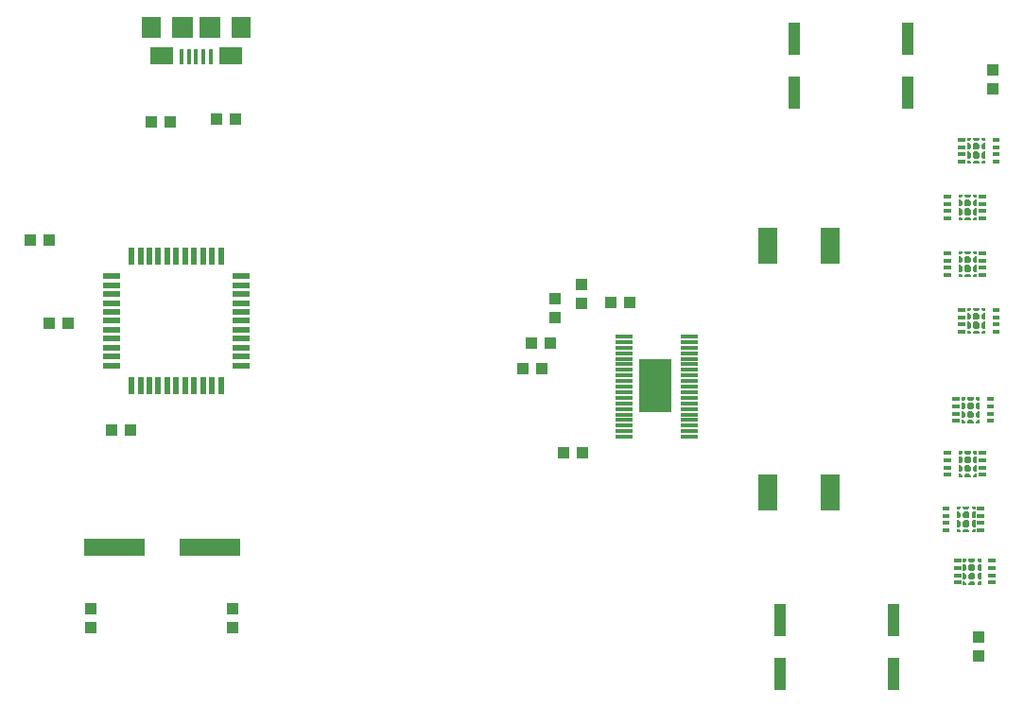
<source format=gbr>
G04 EAGLE Gerber RS-274X export*
G75*
%MOMM*%
%FSLAX34Y34*%
%LPD*%
%INSolderpaste Top*%
%IPPOS*%
%AMOC8*
5,1,8,0,0,1.08239X$1,22.5*%
G01*
%ADD10R,1.100000X1.000000*%
%ADD11R,1.000000X2.950000*%
%ADD12R,1.000000X1.100000*%
%ADD13R,1.800000X3.200000*%
%ADD14R,1.500000X0.300000*%
%ADD15R,2.900000X4.700000*%
%ADD16R,1.500000X0.500000*%
%ADD17R,0.500000X1.500000*%
%ADD18R,0.400000X1.350000*%
%ADD19R,2.100000X1.600000*%
%ADD20R,1.800000X1.900000*%
%ADD21R,1.900000X1.900000*%
%ADD22R,5.500000X1.500000*%
%ADD23R,0.635000X0.304800*%

G36*
X872746Y398131D02*
X872746Y398131D01*
X872749Y398130D01*
X872832Y398167D01*
X874246Y399581D01*
X874248Y399584D01*
X874250Y399585D01*
X874283Y399670D01*
X874283Y402716D01*
X874282Y402719D01*
X874283Y402722D01*
X874246Y402805D01*
X872832Y404219D01*
X872829Y404221D01*
X872828Y404223D01*
X872743Y404256D01*
X869697Y404256D01*
X869694Y404255D01*
X869691Y404256D01*
X869608Y404219D01*
X868194Y402805D01*
X868193Y402802D01*
X868190Y402801D01*
X868157Y402716D01*
X868157Y399670D01*
X868158Y399667D01*
X868157Y399664D01*
X868194Y399581D01*
X869608Y398167D01*
X869611Y398166D01*
X869612Y398163D01*
X869697Y398130D01*
X872743Y398130D01*
X872746Y398131D01*
G37*
G36*
X880366Y355205D02*
X880366Y355205D01*
X880369Y355204D01*
X880452Y355241D01*
X881866Y356655D01*
X881868Y356658D01*
X881870Y356659D01*
X881903Y356744D01*
X881903Y359790D01*
X881902Y359793D01*
X881903Y359796D01*
X881866Y359879D01*
X880452Y361293D01*
X880449Y361295D01*
X880448Y361297D01*
X880363Y361330D01*
X877317Y361330D01*
X877314Y361329D01*
X877311Y361330D01*
X877228Y361293D01*
X875814Y359879D01*
X875813Y359876D01*
X875810Y359875D01*
X875777Y359790D01*
X875777Y356744D01*
X875778Y356741D01*
X875777Y356738D01*
X875814Y356655D01*
X877228Y355241D01*
X877231Y355240D01*
X877232Y355237D01*
X877317Y355204D01*
X880363Y355204D01*
X880366Y355205D01*
G37*
G36*
X875286Y267321D02*
X875286Y267321D01*
X875289Y267320D01*
X875372Y267357D01*
X876786Y268771D01*
X876788Y268774D01*
X876790Y268775D01*
X876823Y268860D01*
X876823Y271906D01*
X876822Y271909D01*
X876823Y271912D01*
X876786Y271995D01*
X875372Y273409D01*
X875369Y273411D01*
X875368Y273413D01*
X875283Y273446D01*
X872237Y273446D01*
X872234Y273445D01*
X872231Y273446D01*
X872148Y273409D01*
X870734Y271995D01*
X870733Y271992D01*
X870730Y271991D01*
X870697Y271906D01*
X870697Y268860D01*
X870698Y268857D01*
X870697Y268854D01*
X870734Y268771D01*
X872148Y267357D01*
X872151Y267356D01*
X872152Y267353D01*
X872237Y267320D01*
X875283Y267320D01*
X875286Y267321D01*
G37*
G36*
X872746Y448931D02*
X872746Y448931D01*
X872749Y448930D01*
X872832Y448967D01*
X874246Y450381D01*
X874248Y450384D01*
X874250Y450385D01*
X874283Y450470D01*
X874283Y453516D01*
X874282Y453519D01*
X874283Y453522D01*
X874246Y453605D01*
X872832Y455019D01*
X872829Y455021D01*
X872828Y455023D01*
X872743Y455056D01*
X869697Y455056D01*
X869694Y455055D01*
X869691Y455056D01*
X869608Y455019D01*
X868194Y453605D01*
X868193Y453602D01*
X868190Y453601D01*
X868157Y453516D01*
X868157Y450470D01*
X868158Y450467D01*
X868157Y450464D01*
X868194Y450381D01*
X869608Y448967D01*
X869611Y448966D01*
X869612Y448963D01*
X869697Y448930D01*
X872743Y448930D01*
X872746Y448931D01*
G37*
G36*
X872746Y456805D02*
X872746Y456805D01*
X872749Y456804D01*
X872832Y456841D01*
X874246Y458255D01*
X874248Y458258D01*
X874250Y458259D01*
X874283Y458344D01*
X874283Y461390D01*
X874282Y461393D01*
X874283Y461396D01*
X874246Y461479D01*
X872832Y462893D01*
X872829Y462895D01*
X872828Y462897D01*
X872743Y462930D01*
X869697Y462930D01*
X869694Y462929D01*
X869691Y462930D01*
X869608Y462893D01*
X868194Y461479D01*
X868193Y461476D01*
X868190Y461475D01*
X868157Y461390D01*
X868157Y458344D01*
X868158Y458341D01*
X868157Y458338D01*
X868194Y458255D01*
X869608Y456841D01*
X869611Y456840D01*
X869612Y456837D01*
X869697Y456804D01*
X872743Y456804D01*
X872746Y456805D01*
G37*
G36*
X880366Y347331D02*
X880366Y347331D01*
X880369Y347330D01*
X880452Y347367D01*
X881866Y348781D01*
X881868Y348784D01*
X881870Y348785D01*
X881903Y348870D01*
X881903Y351916D01*
X881902Y351919D01*
X881903Y351922D01*
X881866Y352005D01*
X880452Y353419D01*
X880449Y353421D01*
X880448Y353423D01*
X880363Y353456D01*
X877317Y353456D01*
X877314Y353455D01*
X877311Y353456D01*
X877228Y353419D01*
X875814Y352005D01*
X875813Y352002D01*
X875810Y352001D01*
X875777Y351916D01*
X875777Y348870D01*
X875778Y348867D01*
X875777Y348864D01*
X875814Y348781D01*
X877228Y347367D01*
X877231Y347366D01*
X877232Y347363D01*
X877317Y347330D01*
X880363Y347330D01*
X880366Y347331D01*
G37*
G36*
X880366Y499731D02*
X880366Y499731D01*
X880369Y499730D01*
X880452Y499767D01*
X881866Y501181D01*
X881868Y501184D01*
X881870Y501185D01*
X881903Y501270D01*
X881903Y504316D01*
X881902Y504319D01*
X881903Y504322D01*
X881866Y504405D01*
X880452Y505819D01*
X880449Y505821D01*
X880448Y505823D01*
X880363Y505856D01*
X877317Y505856D01*
X877314Y505855D01*
X877311Y505856D01*
X877228Y505819D01*
X875814Y504405D01*
X875813Y504402D01*
X875810Y504401D01*
X875777Y504316D01*
X875777Y501270D01*
X875778Y501267D01*
X875777Y501264D01*
X875814Y501181D01*
X877228Y499767D01*
X877231Y499766D01*
X877232Y499763D01*
X877317Y499730D01*
X880363Y499730D01*
X880366Y499731D01*
G37*
G36*
X880366Y507605D02*
X880366Y507605D01*
X880369Y507604D01*
X880452Y507641D01*
X881866Y509055D01*
X881868Y509058D01*
X881870Y509059D01*
X881903Y509144D01*
X881903Y512190D01*
X881902Y512193D01*
X881903Y512196D01*
X881866Y512279D01*
X880452Y513693D01*
X880449Y513695D01*
X880448Y513697D01*
X880363Y513730D01*
X877317Y513730D01*
X877314Y513729D01*
X877311Y513730D01*
X877228Y513693D01*
X875814Y512279D01*
X875813Y512276D01*
X875810Y512275D01*
X875777Y512190D01*
X875777Y509144D01*
X875778Y509141D01*
X875777Y509138D01*
X875814Y509055D01*
X877228Y507641D01*
X877231Y507640D01*
X877232Y507637D01*
X877317Y507604D01*
X880363Y507604D01*
X880366Y507605D01*
G37*
G36*
X875286Y275195D02*
X875286Y275195D01*
X875289Y275194D01*
X875372Y275231D01*
X876786Y276645D01*
X876788Y276648D01*
X876790Y276649D01*
X876823Y276734D01*
X876823Y279780D01*
X876822Y279783D01*
X876823Y279786D01*
X876786Y279869D01*
X875372Y281283D01*
X875369Y281285D01*
X875368Y281287D01*
X875283Y281320D01*
X872237Y281320D01*
X872234Y281319D01*
X872231Y281320D01*
X872148Y281283D01*
X870734Y279869D01*
X870733Y279866D01*
X870730Y279865D01*
X870697Y279780D01*
X870697Y276734D01*
X870698Y276731D01*
X870697Y276728D01*
X870734Y276645D01*
X872148Y275231D01*
X872151Y275230D01*
X872152Y275227D01*
X872237Y275194D01*
X875283Y275194D01*
X875286Y275195D01*
G37*
G36*
X872746Y406005D02*
X872746Y406005D01*
X872749Y406004D01*
X872832Y406041D01*
X874246Y407455D01*
X874248Y407458D01*
X874250Y407459D01*
X874283Y407544D01*
X874283Y410590D01*
X874282Y410593D01*
X874283Y410596D01*
X874246Y410679D01*
X872832Y412093D01*
X872829Y412095D01*
X872828Y412097D01*
X872743Y412130D01*
X869697Y412130D01*
X869694Y412129D01*
X869691Y412130D01*
X869608Y412093D01*
X868194Y410679D01*
X868193Y410676D01*
X868190Y410675D01*
X868157Y410590D01*
X868157Y407544D01*
X868158Y407541D01*
X868157Y407538D01*
X868194Y407455D01*
X869608Y406041D01*
X869611Y406040D01*
X869612Y406037D01*
X869697Y406004D01*
X872743Y406004D01*
X872746Y406005D01*
G37*
G36*
X872746Y226935D02*
X872746Y226935D01*
X872749Y226934D01*
X872832Y226971D01*
X874246Y228385D01*
X874248Y228388D01*
X874250Y228389D01*
X874283Y228474D01*
X874283Y231520D01*
X874282Y231523D01*
X874283Y231526D01*
X874246Y231609D01*
X872832Y233023D01*
X872829Y233025D01*
X872828Y233027D01*
X872743Y233060D01*
X869697Y233060D01*
X869694Y233059D01*
X869691Y233060D01*
X869608Y233023D01*
X868194Y231609D01*
X868193Y231606D01*
X868190Y231605D01*
X868157Y231520D01*
X868157Y228474D01*
X868158Y228471D01*
X868157Y228468D01*
X868194Y228385D01*
X869608Y226971D01*
X869611Y226970D01*
X869612Y226967D01*
X869697Y226934D01*
X872743Y226934D01*
X872746Y226935D01*
G37*
G36*
X872746Y219061D02*
X872746Y219061D01*
X872749Y219060D01*
X872832Y219097D01*
X874246Y220511D01*
X874248Y220514D01*
X874250Y220515D01*
X874283Y220600D01*
X874283Y223646D01*
X874282Y223649D01*
X874283Y223652D01*
X874246Y223735D01*
X872832Y225149D01*
X872829Y225151D01*
X872828Y225153D01*
X872743Y225186D01*
X869697Y225186D01*
X869694Y225185D01*
X869691Y225186D01*
X869608Y225149D01*
X868194Y223735D01*
X868193Y223732D01*
X868190Y223731D01*
X868157Y223646D01*
X868157Y220600D01*
X868158Y220597D01*
X868157Y220594D01*
X868194Y220511D01*
X869608Y219097D01*
X869611Y219096D01*
X869612Y219093D01*
X869697Y219060D01*
X872743Y219060D01*
X872746Y219061D01*
G37*
G36*
X871476Y177405D02*
X871476Y177405D01*
X871479Y177404D01*
X871562Y177441D01*
X872976Y178855D01*
X872978Y178858D01*
X872980Y178859D01*
X873013Y178944D01*
X873013Y181990D01*
X873012Y181993D01*
X873013Y181996D01*
X872976Y182079D01*
X871562Y183493D01*
X871559Y183495D01*
X871558Y183497D01*
X871473Y183530D01*
X868427Y183530D01*
X868424Y183529D01*
X868421Y183530D01*
X868338Y183493D01*
X866924Y182079D01*
X866923Y182076D01*
X866920Y182075D01*
X866887Y181990D01*
X866887Y178944D01*
X866888Y178941D01*
X866887Y178938D01*
X866924Y178855D01*
X868338Y177441D01*
X868341Y177440D01*
X868342Y177437D01*
X868427Y177404D01*
X871473Y177404D01*
X871476Y177405D01*
G37*
G36*
X871476Y169531D02*
X871476Y169531D01*
X871479Y169530D01*
X871562Y169567D01*
X872976Y170981D01*
X872978Y170984D01*
X872980Y170985D01*
X873013Y171070D01*
X873013Y174116D01*
X873012Y174119D01*
X873013Y174122D01*
X872976Y174205D01*
X871562Y175619D01*
X871559Y175621D01*
X871558Y175623D01*
X871473Y175656D01*
X868427Y175656D01*
X868424Y175655D01*
X868421Y175656D01*
X868338Y175619D01*
X866924Y174205D01*
X866923Y174202D01*
X866920Y174201D01*
X866887Y174116D01*
X866887Y171070D01*
X866888Y171067D01*
X866887Y171064D01*
X866924Y170981D01*
X868338Y169567D01*
X868341Y169566D01*
X868342Y169563D01*
X868427Y169530D01*
X871473Y169530D01*
X871476Y169531D01*
G37*
G36*
X876556Y130415D02*
X876556Y130415D01*
X876559Y130414D01*
X876642Y130451D01*
X878056Y131865D01*
X878058Y131868D01*
X878060Y131869D01*
X878093Y131954D01*
X878093Y135000D01*
X878092Y135003D01*
X878093Y135006D01*
X878056Y135089D01*
X876642Y136503D01*
X876639Y136505D01*
X876638Y136507D01*
X876553Y136540D01*
X873507Y136540D01*
X873504Y136539D01*
X873501Y136540D01*
X873418Y136503D01*
X872004Y135089D01*
X872003Y135086D01*
X872000Y135085D01*
X871967Y135000D01*
X871967Y131954D01*
X871968Y131951D01*
X871967Y131948D01*
X872004Y131865D01*
X873418Y130451D01*
X873421Y130450D01*
X873422Y130447D01*
X873507Y130414D01*
X876553Y130414D01*
X876556Y130415D01*
G37*
G36*
X876556Y122541D02*
X876556Y122541D01*
X876559Y122540D01*
X876642Y122577D01*
X878056Y123991D01*
X878058Y123994D01*
X878060Y123995D01*
X878093Y124080D01*
X878093Y127126D01*
X878092Y127129D01*
X878093Y127132D01*
X878056Y127215D01*
X876642Y128629D01*
X876639Y128631D01*
X876638Y128633D01*
X876553Y128666D01*
X873507Y128666D01*
X873504Y128665D01*
X873501Y128666D01*
X873418Y128629D01*
X872004Y127215D01*
X872003Y127212D01*
X872000Y127211D01*
X871967Y127126D01*
X871967Y124080D01*
X871968Y124077D01*
X871967Y124074D01*
X872004Y123991D01*
X873418Y122577D01*
X873421Y122576D01*
X873422Y122573D01*
X873507Y122540D01*
X876553Y122540D01*
X876556Y122541D01*
G37*
G36*
X856230Y400231D02*
X856230Y400231D01*
X856232Y400230D01*
X856275Y400250D01*
X856319Y400268D01*
X856319Y400270D01*
X856321Y400271D01*
X856354Y400356D01*
X856354Y403404D01*
X856353Y403406D01*
X856354Y403408D01*
X856334Y403451D01*
X856316Y403495D01*
X856314Y403495D01*
X856313Y403497D01*
X856228Y403530D01*
X850132Y403530D01*
X850130Y403529D01*
X850128Y403530D01*
X850085Y403510D01*
X850041Y403492D01*
X850041Y403490D01*
X850039Y403489D01*
X850006Y403404D01*
X850006Y400356D01*
X850007Y400354D01*
X850006Y400352D01*
X850026Y400309D01*
X850044Y400265D01*
X850046Y400265D01*
X850047Y400263D01*
X850132Y400230D01*
X856228Y400230D01*
X856230Y400231D01*
G37*
G36*
X868930Y501831D02*
X868930Y501831D01*
X868932Y501830D01*
X868975Y501850D01*
X869019Y501868D01*
X869019Y501870D01*
X869021Y501871D01*
X869054Y501956D01*
X869054Y505004D01*
X869053Y505006D01*
X869054Y505008D01*
X869034Y505051D01*
X869016Y505095D01*
X869014Y505095D01*
X869013Y505097D01*
X868928Y505130D01*
X862832Y505130D01*
X862830Y505129D01*
X862828Y505130D01*
X862785Y505110D01*
X862741Y505092D01*
X862741Y505090D01*
X862739Y505089D01*
X862706Y505004D01*
X862706Y501956D01*
X862707Y501954D01*
X862706Y501952D01*
X862726Y501909D01*
X862744Y501865D01*
X862746Y501865D01*
X862747Y501863D01*
X862832Y501830D01*
X868928Y501830D01*
X868930Y501831D01*
G37*
G36*
X899930Y501831D02*
X899930Y501831D01*
X899932Y501830D01*
X899975Y501850D01*
X900019Y501868D01*
X900019Y501870D01*
X900021Y501871D01*
X900054Y501956D01*
X900054Y505004D01*
X900053Y505006D01*
X900054Y505008D01*
X900034Y505051D01*
X900016Y505095D01*
X900014Y505095D01*
X900013Y505097D01*
X899928Y505130D01*
X893832Y505130D01*
X893830Y505129D01*
X893828Y505130D01*
X893785Y505110D01*
X893741Y505092D01*
X893741Y505090D01*
X893739Y505089D01*
X893706Y505004D01*
X893706Y501956D01*
X893707Y501954D01*
X893706Y501952D01*
X893726Y501909D01*
X893744Y501865D01*
X893746Y501865D01*
X893747Y501863D01*
X893832Y501830D01*
X899928Y501830D01*
X899930Y501831D01*
G37*
G36*
X899930Y495331D02*
X899930Y495331D01*
X899932Y495330D01*
X899975Y495350D01*
X900019Y495368D01*
X900019Y495370D01*
X900021Y495371D01*
X900054Y495456D01*
X900054Y498504D01*
X900053Y498506D01*
X900054Y498508D01*
X900034Y498551D01*
X900016Y498595D01*
X900014Y498595D01*
X900013Y498597D01*
X899928Y498630D01*
X893832Y498630D01*
X893830Y498629D01*
X893828Y498630D01*
X893785Y498610D01*
X893741Y498592D01*
X893741Y498590D01*
X893739Y498589D01*
X893706Y498504D01*
X893706Y495456D01*
X893707Y495454D01*
X893706Y495452D01*
X893726Y495409D01*
X893744Y495365D01*
X893746Y495365D01*
X893747Y495363D01*
X893832Y495330D01*
X899928Y495330D01*
X899930Y495331D01*
G37*
G36*
X899930Y362431D02*
X899930Y362431D01*
X899932Y362430D01*
X899975Y362450D01*
X900019Y362468D01*
X900019Y362470D01*
X900021Y362471D01*
X900054Y362556D01*
X900054Y365604D01*
X900053Y365606D01*
X900054Y365608D01*
X900034Y365651D01*
X900016Y365695D01*
X900014Y365695D01*
X900013Y365697D01*
X899928Y365730D01*
X893832Y365730D01*
X893830Y365729D01*
X893828Y365730D01*
X893785Y365710D01*
X893741Y365692D01*
X893741Y365690D01*
X893739Y365689D01*
X893706Y365604D01*
X893706Y362556D01*
X893707Y362554D01*
X893706Y362552D01*
X893726Y362509D01*
X893744Y362465D01*
X893746Y362465D01*
X893747Y362463D01*
X893832Y362430D01*
X899928Y362430D01*
X899930Y362431D01*
G37*
G36*
X887230Y400231D02*
X887230Y400231D01*
X887232Y400230D01*
X887275Y400250D01*
X887319Y400268D01*
X887319Y400270D01*
X887321Y400271D01*
X887354Y400356D01*
X887354Y403404D01*
X887353Y403406D01*
X887354Y403408D01*
X887334Y403451D01*
X887316Y403495D01*
X887314Y403495D01*
X887313Y403497D01*
X887228Y403530D01*
X881132Y403530D01*
X881130Y403529D01*
X881128Y403530D01*
X881085Y403510D01*
X881041Y403492D01*
X881041Y403490D01*
X881039Y403489D01*
X881006Y403404D01*
X881006Y400356D01*
X881007Y400354D01*
X881006Y400352D01*
X881026Y400309D01*
X881044Y400265D01*
X881046Y400265D01*
X881047Y400263D01*
X881132Y400230D01*
X887228Y400230D01*
X887230Y400231D01*
G37*
G36*
X863850Y262921D02*
X863850Y262921D01*
X863852Y262920D01*
X863895Y262940D01*
X863939Y262958D01*
X863939Y262960D01*
X863941Y262961D01*
X863974Y263046D01*
X863974Y266094D01*
X863973Y266096D01*
X863974Y266098D01*
X863954Y266141D01*
X863936Y266185D01*
X863934Y266185D01*
X863933Y266187D01*
X863848Y266220D01*
X857752Y266220D01*
X857750Y266219D01*
X857748Y266220D01*
X857705Y266200D01*
X857661Y266182D01*
X857661Y266180D01*
X857659Y266179D01*
X857626Y266094D01*
X857626Y263046D01*
X857627Y263044D01*
X857626Y263042D01*
X857646Y262999D01*
X857664Y262955D01*
X857666Y262955D01*
X857667Y262953D01*
X857752Y262920D01*
X863848Y262920D01*
X863850Y262921D01*
G37*
G36*
X899930Y355931D02*
X899930Y355931D01*
X899932Y355930D01*
X899975Y355950D01*
X900019Y355968D01*
X900019Y355970D01*
X900021Y355971D01*
X900054Y356056D01*
X900054Y359104D01*
X900053Y359106D01*
X900054Y359108D01*
X900034Y359151D01*
X900016Y359195D01*
X900014Y359195D01*
X900013Y359197D01*
X899928Y359230D01*
X893832Y359230D01*
X893830Y359229D01*
X893828Y359230D01*
X893785Y359210D01*
X893741Y359192D01*
X893741Y359190D01*
X893739Y359189D01*
X893706Y359104D01*
X893706Y356056D01*
X893707Y356054D01*
X893706Y356052D01*
X893726Y356009D01*
X893744Y355965D01*
X893746Y355965D01*
X893747Y355963D01*
X893832Y355930D01*
X899928Y355930D01*
X899930Y355931D01*
G37*
G36*
X868930Y355931D02*
X868930Y355931D01*
X868932Y355930D01*
X868975Y355950D01*
X869019Y355968D01*
X869019Y355970D01*
X869021Y355971D01*
X869054Y356056D01*
X869054Y359104D01*
X869053Y359106D01*
X869054Y359108D01*
X869034Y359151D01*
X869016Y359195D01*
X869014Y359195D01*
X869013Y359197D01*
X868928Y359230D01*
X862832Y359230D01*
X862830Y359229D01*
X862828Y359230D01*
X862785Y359210D01*
X862741Y359192D01*
X862741Y359190D01*
X862739Y359189D01*
X862706Y359104D01*
X862706Y356056D01*
X862707Y356054D01*
X862706Y356052D01*
X862726Y356009D01*
X862744Y355965D01*
X862746Y355965D01*
X862747Y355963D01*
X862832Y355930D01*
X868928Y355930D01*
X868930Y355931D01*
G37*
G36*
X894850Y269421D02*
X894850Y269421D01*
X894852Y269420D01*
X894895Y269440D01*
X894939Y269458D01*
X894939Y269460D01*
X894941Y269461D01*
X894974Y269546D01*
X894974Y272594D01*
X894973Y272596D01*
X894974Y272598D01*
X894954Y272641D01*
X894936Y272685D01*
X894934Y272685D01*
X894933Y272687D01*
X894848Y272720D01*
X888752Y272720D01*
X888750Y272719D01*
X888748Y272720D01*
X888705Y272700D01*
X888661Y272682D01*
X888661Y272680D01*
X888659Y272679D01*
X888626Y272594D01*
X888626Y269546D01*
X888627Y269544D01*
X888626Y269542D01*
X888646Y269499D01*
X888664Y269455D01*
X888666Y269455D01*
X888667Y269453D01*
X888752Y269420D01*
X894848Y269420D01*
X894850Y269421D01*
G37*
G36*
X887230Y393731D02*
X887230Y393731D01*
X887232Y393730D01*
X887275Y393750D01*
X887319Y393768D01*
X887319Y393770D01*
X887321Y393771D01*
X887354Y393856D01*
X887354Y396904D01*
X887353Y396906D01*
X887354Y396908D01*
X887334Y396951D01*
X887316Y396995D01*
X887314Y396995D01*
X887313Y396997D01*
X887228Y397030D01*
X881132Y397030D01*
X881130Y397029D01*
X881128Y397030D01*
X881085Y397010D01*
X881041Y396992D01*
X881041Y396990D01*
X881039Y396989D01*
X881006Y396904D01*
X881006Y393856D01*
X881007Y393854D01*
X881006Y393852D01*
X881026Y393809D01*
X881044Y393765D01*
X881046Y393765D01*
X881047Y393763D01*
X881132Y393730D01*
X887228Y393730D01*
X887230Y393731D01*
G37*
G36*
X887230Y464031D02*
X887230Y464031D01*
X887232Y464030D01*
X887275Y464050D01*
X887319Y464068D01*
X887319Y464070D01*
X887321Y464071D01*
X887354Y464156D01*
X887354Y467204D01*
X887353Y467206D01*
X887354Y467208D01*
X887334Y467251D01*
X887316Y467295D01*
X887314Y467295D01*
X887313Y467297D01*
X887228Y467330D01*
X881132Y467330D01*
X881130Y467329D01*
X881128Y467330D01*
X881085Y467310D01*
X881041Y467292D01*
X881041Y467290D01*
X881039Y467289D01*
X881006Y467204D01*
X881006Y464156D01*
X881007Y464154D01*
X881006Y464152D01*
X881026Y464109D01*
X881044Y464065D01*
X881046Y464065D01*
X881047Y464063D01*
X881132Y464030D01*
X887228Y464030D01*
X887230Y464031D01*
G37*
G36*
X856230Y464031D02*
X856230Y464031D01*
X856232Y464030D01*
X856275Y464050D01*
X856319Y464068D01*
X856319Y464070D01*
X856321Y464071D01*
X856354Y464156D01*
X856354Y467204D01*
X856353Y467206D01*
X856354Y467208D01*
X856334Y467251D01*
X856316Y467295D01*
X856314Y467295D01*
X856313Y467297D01*
X856228Y467330D01*
X850132Y467330D01*
X850130Y467329D01*
X850128Y467330D01*
X850085Y467310D01*
X850041Y467292D01*
X850041Y467290D01*
X850039Y467289D01*
X850006Y467204D01*
X850006Y464156D01*
X850007Y464154D01*
X850006Y464152D01*
X850026Y464109D01*
X850044Y464065D01*
X850046Y464065D01*
X850047Y464063D01*
X850132Y464030D01*
X856228Y464030D01*
X856230Y464031D01*
G37*
G36*
X856230Y393731D02*
X856230Y393731D01*
X856232Y393730D01*
X856275Y393750D01*
X856319Y393768D01*
X856319Y393770D01*
X856321Y393771D01*
X856354Y393856D01*
X856354Y396904D01*
X856353Y396906D01*
X856354Y396908D01*
X856334Y396951D01*
X856316Y396995D01*
X856314Y396995D01*
X856313Y396997D01*
X856228Y397030D01*
X850132Y397030D01*
X850130Y397029D01*
X850128Y397030D01*
X850085Y397010D01*
X850041Y396992D01*
X850041Y396990D01*
X850039Y396989D01*
X850006Y396904D01*
X850006Y393856D01*
X850007Y393854D01*
X850006Y393852D01*
X850026Y393809D01*
X850044Y393765D01*
X850046Y393765D01*
X850047Y393763D01*
X850132Y393730D01*
X856228Y393730D01*
X856230Y393731D01*
G37*
G36*
X899930Y342931D02*
X899930Y342931D01*
X899932Y342930D01*
X899975Y342950D01*
X900019Y342968D01*
X900019Y342970D01*
X900021Y342971D01*
X900054Y343056D01*
X900054Y346104D01*
X900053Y346106D01*
X900054Y346108D01*
X900034Y346151D01*
X900016Y346195D01*
X900014Y346195D01*
X900013Y346197D01*
X899928Y346230D01*
X893832Y346230D01*
X893830Y346229D01*
X893828Y346230D01*
X893785Y346210D01*
X893741Y346192D01*
X893741Y346190D01*
X893739Y346189D01*
X893706Y346104D01*
X893706Y343056D01*
X893707Y343054D01*
X893706Y343052D01*
X893726Y343009D01*
X893744Y342965D01*
X893746Y342965D01*
X893747Y342963D01*
X893832Y342930D01*
X899928Y342930D01*
X899930Y342931D01*
G37*
G36*
X887230Y457531D02*
X887230Y457531D01*
X887232Y457530D01*
X887275Y457550D01*
X887319Y457568D01*
X887319Y457570D01*
X887321Y457571D01*
X887354Y457656D01*
X887354Y460704D01*
X887353Y460706D01*
X887354Y460708D01*
X887334Y460751D01*
X887316Y460795D01*
X887314Y460795D01*
X887313Y460797D01*
X887228Y460830D01*
X881132Y460830D01*
X881130Y460829D01*
X881128Y460830D01*
X881085Y460810D01*
X881041Y460792D01*
X881041Y460790D01*
X881039Y460789D01*
X881006Y460704D01*
X881006Y457656D01*
X881007Y457654D01*
X881006Y457652D01*
X881026Y457609D01*
X881044Y457565D01*
X881046Y457565D01*
X881047Y457563D01*
X881132Y457530D01*
X887228Y457530D01*
X887230Y457531D01*
G37*
G36*
X856230Y457531D02*
X856230Y457531D01*
X856232Y457530D01*
X856275Y457550D01*
X856319Y457568D01*
X856319Y457570D01*
X856321Y457571D01*
X856354Y457656D01*
X856354Y460704D01*
X856353Y460706D01*
X856354Y460708D01*
X856334Y460751D01*
X856316Y460795D01*
X856314Y460795D01*
X856313Y460797D01*
X856228Y460830D01*
X850132Y460830D01*
X850130Y460829D01*
X850128Y460830D01*
X850085Y460810D01*
X850041Y460792D01*
X850041Y460790D01*
X850039Y460789D01*
X850006Y460704D01*
X850006Y457656D01*
X850007Y457654D01*
X850006Y457652D01*
X850026Y457609D01*
X850044Y457565D01*
X850046Y457565D01*
X850047Y457563D01*
X850132Y457530D01*
X856228Y457530D01*
X856230Y457531D01*
G37*
G36*
X894850Y275921D02*
X894850Y275921D01*
X894852Y275920D01*
X894895Y275940D01*
X894939Y275958D01*
X894939Y275960D01*
X894941Y275961D01*
X894974Y276046D01*
X894974Y279094D01*
X894973Y279096D01*
X894974Y279098D01*
X894954Y279141D01*
X894936Y279185D01*
X894934Y279185D01*
X894933Y279187D01*
X894848Y279220D01*
X888752Y279220D01*
X888750Y279219D01*
X888748Y279220D01*
X888705Y279200D01*
X888661Y279182D01*
X888661Y279180D01*
X888659Y279179D01*
X888626Y279094D01*
X888626Y276046D01*
X888627Y276044D01*
X888626Y276042D01*
X888646Y275999D01*
X888664Y275955D01*
X888666Y275955D01*
X888667Y275953D01*
X888752Y275920D01*
X894848Y275920D01*
X894850Y275921D01*
G37*
G36*
X863850Y269421D02*
X863850Y269421D01*
X863852Y269420D01*
X863895Y269440D01*
X863939Y269458D01*
X863939Y269460D01*
X863941Y269461D01*
X863974Y269546D01*
X863974Y272594D01*
X863973Y272596D01*
X863974Y272598D01*
X863954Y272641D01*
X863936Y272685D01*
X863934Y272685D01*
X863933Y272687D01*
X863848Y272720D01*
X857752Y272720D01*
X857750Y272719D01*
X857748Y272720D01*
X857705Y272700D01*
X857661Y272682D01*
X857661Y272680D01*
X857659Y272679D01*
X857626Y272594D01*
X857626Y269546D01*
X857627Y269544D01*
X857626Y269542D01*
X857646Y269499D01*
X857664Y269455D01*
X857666Y269455D01*
X857667Y269453D01*
X857752Y269420D01*
X863848Y269420D01*
X863850Y269421D01*
G37*
G36*
X856230Y451031D02*
X856230Y451031D01*
X856232Y451030D01*
X856275Y451050D01*
X856319Y451068D01*
X856319Y451070D01*
X856321Y451071D01*
X856354Y451156D01*
X856354Y454204D01*
X856353Y454206D01*
X856354Y454208D01*
X856334Y454251D01*
X856316Y454295D01*
X856314Y454295D01*
X856313Y454297D01*
X856228Y454330D01*
X850132Y454330D01*
X850130Y454329D01*
X850128Y454330D01*
X850085Y454310D01*
X850041Y454292D01*
X850041Y454290D01*
X850039Y454289D01*
X850006Y454204D01*
X850006Y451156D01*
X850007Y451154D01*
X850006Y451152D01*
X850026Y451109D01*
X850044Y451065D01*
X850046Y451065D01*
X850047Y451063D01*
X850132Y451030D01*
X856228Y451030D01*
X856230Y451031D01*
G37*
G36*
X887230Y451031D02*
X887230Y451031D01*
X887232Y451030D01*
X887275Y451050D01*
X887319Y451068D01*
X887319Y451070D01*
X887321Y451071D01*
X887354Y451156D01*
X887354Y454204D01*
X887353Y454206D01*
X887354Y454208D01*
X887334Y454251D01*
X887316Y454295D01*
X887314Y454295D01*
X887313Y454297D01*
X887228Y454330D01*
X881132Y454330D01*
X881130Y454329D01*
X881128Y454330D01*
X881085Y454310D01*
X881041Y454292D01*
X881041Y454290D01*
X881039Y454289D01*
X881006Y454204D01*
X881006Y451156D01*
X881007Y451154D01*
X881006Y451152D01*
X881026Y451109D01*
X881044Y451065D01*
X881046Y451065D01*
X881047Y451063D01*
X881132Y451030D01*
X887228Y451030D01*
X887230Y451031D01*
G37*
G36*
X887230Y444531D02*
X887230Y444531D01*
X887232Y444530D01*
X887275Y444550D01*
X887319Y444568D01*
X887319Y444570D01*
X887321Y444571D01*
X887354Y444656D01*
X887354Y447704D01*
X887353Y447706D01*
X887354Y447708D01*
X887334Y447751D01*
X887316Y447795D01*
X887314Y447795D01*
X887313Y447797D01*
X887228Y447830D01*
X881132Y447830D01*
X881130Y447829D01*
X881128Y447830D01*
X881085Y447810D01*
X881041Y447792D01*
X881041Y447790D01*
X881039Y447789D01*
X881006Y447704D01*
X881006Y444656D01*
X881007Y444654D01*
X881006Y444652D01*
X881026Y444609D01*
X881044Y444565D01*
X881046Y444565D01*
X881047Y444563D01*
X881132Y444530D01*
X887228Y444530D01*
X887230Y444531D01*
G37*
G36*
X856230Y444531D02*
X856230Y444531D01*
X856232Y444530D01*
X856275Y444550D01*
X856319Y444568D01*
X856319Y444570D01*
X856321Y444571D01*
X856354Y444656D01*
X856354Y447704D01*
X856353Y447706D01*
X856354Y447708D01*
X856334Y447751D01*
X856316Y447795D01*
X856314Y447795D01*
X856313Y447797D01*
X856228Y447830D01*
X850132Y447830D01*
X850130Y447829D01*
X850128Y447830D01*
X850085Y447810D01*
X850041Y447792D01*
X850041Y447790D01*
X850039Y447789D01*
X850006Y447704D01*
X850006Y444656D01*
X850007Y444654D01*
X850006Y444652D01*
X850026Y444609D01*
X850044Y444565D01*
X850046Y444565D01*
X850047Y444563D01*
X850132Y444530D01*
X856228Y444530D01*
X856230Y444531D01*
G37*
G36*
X868930Y342931D02*
X868930Y342931D01*
X868932Y342930D01*
X868975Y342950D01*
X869019Y342968D01*
X869019Y342970D01*
X869021Y342971D01*
X869054Y343056D01*
X869054Y346104D01*
X869053Y346106D01*
X869054Y346108D01*
X869034Y346151D01*
X869016Y346195D01*
X869014Y346195D01*
X869013Y346197D01*
X868928Y346230D01*
X862832Y346230D01*
X862830Y346229D01*
X862828Y346230D01*
X862785Y346210D01*
X862741Y346192D01*
X862741Y346190D01*
X862739Y346189D01*
X862706Y346104D01*
X862706Y343056D01*
X862707Y343054D01*
X862706Y343052D01*
X862726Y343009D01*
X862744Y342965D01*
X862746Y342965D01*
X862747Y342963D01*
X862832Y342930D01*
X868928Y342930D01*
X868930Y342931D01*
G37*
G36*
X868930Y349431D02*
X868930Y349431D01*
X868932Y349430D01*
X868975Y349450D01*
X869019Y349468D01*
X869019Y349470D01*
X869021Y349471D01*
X869054Y349556D01*
X869054Y352604D01*
X869053Y352606D01*
X869054Y352608D01*
X869034Y352651D01*
X869016Y352695D01*
X869014Y352695D01*
X869013Y352697D01*
X868928Y352730D01*
X862832Y352730D01*
X862830Y352729D01*
X862828Y352730D01*
X862785Y352710D01*
X862741Y352692D01*
X862741Y352690D01*
X862739Y352689D01*
X862706Y352604D01*
X862706Y349556D01*
X862707Y349554D01*
X862706Y349552D01*
X862726Y349509D01*
X862744Y349465D01*
X862746Y349465D01*
X862747Y349463D01*
X862832Y349430D01*
X868928Y349430D01*
X868930Y349431D01*
G37*
G36*
X899930Y349431D02*
X899930Y349431D01*
X899932Y349430D01*
X899975Y349450D01*
X900019Y349468D01*
X900019Y349470D01*
X900021Y349471D01*
X900054Y349556D01*
X900054Y352604D01*
X900053Y352606D01*
X900054Y352608D01*
X900034Y352651D01*
X900016Y352695D01*
X900014Y352695D01*
X900013Y352697D01*
X899928Y352730D01*
X893832Y352730D01*
X893830Y352729D01*
X893828Y352730D01*
X893785Y352710D01*
X893741Y352692D01*
X893741Y352690D01*
X893739Y352689D01*
X893706Y352604D01*
X893706Y349556D01*
X893707Y349554D01*
X893706Y349552D01*
X893726Y349509D01*
X893744Y349465D01*
X893746Y349465D01*
X893747Y349463D01*
X893832Y349430D01*
X899928Y349430D01*
X899930Y349431D01*
G37*
G36*
X863850Y275921D02*
X863850Y275921D01*
X863852Y275920D01*
X863895Y275940D01*
X863939Y275958D01*
X863939Y275960D01*
X863941Y275961D01*
X863974Y276046D01*
X863974Y279094D01*
X863973Y279096D01*
X863974Y279098D01*
X863954Y279141D01*
X863936Y279185D01*
X863934Y279185D01*
X863933Y279187D01*
X863848Y279220D01*
X857752Y279220D01*
X857750Y279219D01*
X857748Y279220D01*
X857705Y279200D01*
X857661Y279182D01*
X857661Y279180D01*
X857659Y279179D01*
X857626Y279094D01*
X857626Y276046D01*
X857627Y276044D01*
X857626Y276042D01*
X857646Y275999D01*
X857664Y275955D01*
X857666Y275955D01*
X857667Y275953D01*
X857752Y275920D01*
X863848Y275920D01*
X863850Y275921D01*
G37*
G36*
X856230Y413231D02*
X856230Y413231D01*
X856232Y413230D01*
X856275Y413250D01*
X856319Y413268D01*
X856319Y413270D01*
X856321Y413271D01*
X856354Y413356D01*
X856354Y416404D01*
X856353Y416406D01*
X856354Y416408D01*
X856334Y416451D01*
X856316Y416495D01*
X856314Y416495D01*
X856313Y416497D01*
X856228Y416530D01*
X850132Y416530D01*
X850130Y416529D01*
X850128Y416530D01*
X850085Y416510D01*
X850041Y416492D01*
X850041Y416490D01*
X850039Y416489D01*
X850006Y416404D01*
X850006Y413356D01*
X850007Y413354D01*
X850006Y413352D01*
X850026Y413309D01*
X850044Y413265D01*
X850046Y413265D01*
X850047Y413263D01*
X850132Y413230D01*
X856228Y413230D01*
X856230Y413231D01*
G37*
G36*
X887230Y413231D02*
X887230Y413231D01*
X887232Y413230D01*
X887275Y413250D01*
X887319Y413268D01*
X887319Y413270D01*
X887321Y413271D01*
X887354Y413356D01*
X887354Y416404D01*
X887353Y416406D01*
X887354Y416408D01*
X887334Y416451D01*
X887316Y416495D01*
X887314Y416495D01*
X887313Y416497D01*
X887228Y416530D01*
X881132Y416530D01*
X881130Y416529D01*
X881128Y416530D01*
X881085Y416510D01*
X881041Y416492D01*
X881041Y416490D01*
X881039Y416489D01*
X881006Y416404D01*
X881006Y413356D01*
X881007Y413354D01*
X881006Y413352D01*
X881026Y413309D01*
X881044Y413265D01*
X881046Y413265D01*
X881047Y413263D01*
X881132Y413230D01*
X887228Y413230D01*
X887230Y413231D01*
G37*
G36*
X856230Y406731D02*
X856230Y406731D01*
X856232Y406730D01*
X856275Y406750D01*
X856319Y406768D01*
X856319Y406770D01*
X856321Y406771D01*
X856354Y406856D01*
X856354Y409904D01*
X856353Y409906D01*
X856354Y409908D01*
X856334Y409951D01*
X856316Y409995D01*
X856314Y409995D01*
X856313Y409997D01*
X856228Y410030D01*
X850132Y410030D01*
X850130Y410029D01*
X850128Y410030D01*
X850085Y410010D01*
X850041Y409992D01*
X850041Y409990D01*
X850039Y409989D01*
X850006Y409904D01*
X850006Y406856D01*
X850007Y406854D01*
X850006Y406852D01*
X850026Y406809D01*
X850044Y406765D01*
X850046Y406765D01*
X850047Y406763D01*
X850132Y406730D01*
X856228Y406730D01*
X856230Y406731D01*
G37*
G36*
X894850Y282421D02*
X894850Y282421D01*
X894852Y282420D01*
X894895Y282440D01*
X894939Y282458D01*
X894939Y282460D01*
X894941Y282461D01*
X894974Y282546D01*
X894974Y285594D01*
X894973Y285596D01*
X894974Y285598D01*
X894954Y285641D01*
X894936Y285685D01*
X894934Y285685D01*
X894933Y285687D01*
X894848Y285720D01*
X888752Y285720D01*
X888750Y285719D01*
X888748Y285720D01*
X888705Y285700D01*
X888661Y285682D01*
X888661Y285680D01*
X888659Y285679D01*
X888626Y285594D01*
X888626Y282546D01*
X888627Y282544D01*
X888626Y282542D01*
X888646Y282499D01*
X888664Y282455D01*
X888666Y282455D01*
X888667Y282453D01*
X888752Y282420D01*
X894848Y282420D01*
X894850Y282421D01*
G37*
G36*
X899930Y514831D02*
X899930Y514831D01*
X899932Y514830D01*
X899975Y514850D01*
X900019Y514868D01*
X900019Y514870D01*
X900021Y514871D01*
X900054Y514956D01*
X900054Y518004D01*
X900053Y518006D01*
X900054Y518008D01*
X900034Y518051D01*
X900016Y518095D01*
X900014Y518095D01*
X900013Y518097D01*
X899928Y518130D01*
X893832Y518130D01*
X893830Y518129D01*
X893828Y518130D01*
X893785Y518110D01*
X893741Y518092D01*
X893741Y518090D01*
X893739Y518089D01*
X893706Y518004D01*
X893706Y514956D01*
X893707Y514954D01*
X893706Y514952D01*
X893726Y514909D01*
X893744Y514865D01*
X893746Y514865D01*
X893747Y514863D01*
X893832Y514830D01*
X899928Y514830D01*
X899930Y514831D01*
G37*
G36*
X887230Y406731D02*
X887230Y406731D01*
X887232Y406730D01*
X887275Y406750D01*
X887319Y406768D01*
X887319Y406770D01*
X887321Y406771D01*
X887354Y406856D01*
X887354Y409904D01*
X887353Y409906D01*
X887354Y409908D01*
X887334Y409951D01*
X887316Y409995D01*
X887314Y409995D01*
X887313Y409997D01*
X887228Y410030D01*
X881132Y410030D01*
X881130Y410029D01*
X881128Y410030D01*
X881085Y410010D01*
X881041Y409992D01*
X881041Y409990D01*
X881039Y409989D01*
X881006Y409904D01*
X881006Y406856D01*
X881007Y406854D01*
X881006Y406852D01*
X881026Y406809D01*
X881044Y406765D01*
X881046Y406765D01*
X881047Y406763D01*
X881132Y406730D01*
X887228Y406730D01*
X887230Y406731D01*
G37*
G36*
X894850Y262921D02*
X894850Y262921D01*
X894852Y262920D01*
X894895Y262940D01*
X894939Y262958D01*
X894939Y262960D01*
X894941Y262961D01*
X894974Y263046D01*
X894974Y266094D01*
X894973Y266096D01*
X894974Y266098D01*
X894954Y266141D01*
X894936Y266185D01*
X894934Y266185D01*
X894933Y266187D01*
X894848Y266220D01*
X888752Y266220D01*
X888750Y266219D01*
X888748Y266220D01*
X888705Y266200D01*
X888661Y266182D01*
X888661Y266180D01*
X888659Y266179D01*
X888626Y266094D01*
X888626Y263046D01*
X888627Y263044D01*
X888626Y263042D01*
X888646Y262999D01*
X888664Y262955D01*
X888666Y262955D01*
X888667Y262953D01*
X888752Y262920D01*
X894848Y262920D01*
X894850Y262921D01*
G37*
G36*
X887230Y234161D02*
X887230Y234161D01*
X887232Y234160D01*
X887275Y234180D01*
X887319Y234198D01*
X887319Y234200D01*
X887321Y234201D01*
X887354Y234286D01*
X887354Y237334D01*
X887353Y237336D01*
X887354Y237338D01*
X887334Y237381D01*
X887316Y237425D01*
X887314Y237425D01*
X887313Y237427D01*
X887228Y237460D01*
X881132Y237460D01*
X881130Y237459D01*
X881128Y237460D01*
X881085Y237440D01*
X881041Y237422D01*
X881041Y237420D01*
X881039Y237419D01*
X881006Y237334D01*
X881006Y234286D01*
X881007Y234284D01*
X881006Y234282D01*
X881026Y234239D01*
X881044Y234195D01*
X881046Y234195D01*
X881047Y234193D01*
X881132Y234160D01*
X887228Y234160D01*
X887230Y234161D01*
G37*
G36*
X856230Y234161D02*
X856230Y234161D01*
X856232Y234160D01*
X856275Y234180D01*
X856319Y234198D01*
X856319Y234200D01*
X856321Y234201D01*
X856354Y234286D01*
X856354Y237334D01*
X856353Y237336D01*
X856354Y237338D01*
X856334Y237381D01*
X856316Y237425D01*
X856314Y237425D01*
X856313Y237427D01*
X856228Y237460D01*
X850132Y237460D01*
X850130Y237459D01*
X850128Y237460D01*
X850085Y237440D01*
X850041Y237422D01*
X850041Y237420D01*
X850039Y237419D01*
X850006Y237334D01*
X850006Y234286D01*
X850007Y234284D01*
X850006Y234282D01*
X850026Y234239D01*
X850044Y234195D01*
X850046Y234195D01*
X850047Y234193D01*
X850132Y234160D01*
X856228Y234160D01*
X856230Y234161D01*
G37*
G36*
X868930Y514831D02*
X868930Y514831D01*
X868932Y514830D01*
X868975Y514850D01*
X869019Y514868D01*
X869019Y514870D01*
X869021Y514871D01*
X869054Y514956D01*
X869054Y518004D01*
X869053Y518006D01*
X869054Y518008D01*
X869034Y518051D01*
X869016Y518095D01*
X869014Y518095D01*
X869013Y518097D01*
X868928Y518130D01*
X862832Y518130D01*
X862830Y518129D01*
X862828Y518130D01*
X862785Y518110D01*
X862741Y518092D01*
X862741Y518090D01*
X862739Y518089D01*
X862706Y518004D01*
X862706Y514956D01*
X862707Y514954D01*
X862706Y514952D01*
X862726Y514909D01*
X862744Y514865D01*
X862746Y514865D01*
X862747Y514863D01*
X862832Y514830D01*
X868928Y514830D01*
X868930Y514831D01*
G37*
G36*
X887230Y227661D02*
X887230Y227661D01*
X887232Y227660D01*
X887275Y227680D01*
X887319Y227698D01*
X887319Y227700D01*
X887321Y227701D01*
X887354Y227786D01*
X887354Y230834D01*
X887353Y230836D01*
X887354Y230838D01*
X887334Y230881D01*
X887316Y230925D01*
X887314Y230925D01*
X887313Y230927D01*
X887228Y230960D01*
X881132Y230960D01*
X881130Y230959D01*
X881128Y230960D01*
X881085Y230940D01*
X881041Y230922D01*
X881041Y230920D01*
X881039Y230919D01*
X881006Y230834D01*
X881006Y227786D01*
X881007Y227784D01*
X881006Y227782D01*
X881026Y227739D01*
X881044Y227695D01*
X881046Y227695D01*
X881047Y227693D01*
X881132Y227660D01*
X887228Y227660D01*
X887230Y227661D01*
G37*
G36*
X856230Y227661D02*
X856230Y227661D01*
X856232Y227660D01*
X856275Y227680D01*
X856319Y227698D01*
X856319Y227700D01*
X856321Y227701D01*
X856354Y227786D01*
X856354Y230834D01*
X856353Y230836D01*
X856354Y230838D01*
X856334Y230881D01*
X856316Y230925D01*
X856314Y230925D01*
X856313Y230927D01*
X856228Y230960D01*
X850132Y230960D01*
X850130Y230959D01*
X850128Y230960D01*
X850085Y230940D01*
X850041Y230922D01*
X850041Y230920D01*
X850039Y230919D01*
X850006Y230834D01*
X850006Y227786D01*
X850007Y227784D01*
X850006Y227782D01*
X850026Y227739D01*
X850044Y227695D01*
X850046Y227695D01*
X850047Y227693D01*
X850132Y227660D01*
X856228Y227660D01*
X856230Y227661D01*
G37*
G36*
X863850Y282421D02*
X863850Y282421D01*
X863852Y282420D01*
X863895Y282440D01*
X863939Y282458D01*
X863939Y282460D01*
X863941Y282461D01*
X863974Y282546D01*
X863974Y285594D01*
X863973Y285596D01*
X863974Y285598D01*
X863954Y285641D01*
X863936Y285685D01*
X863934Y285685D01*
X863933Y285687D01*
X863848Y285720D01*
X857752Y285720D01*
X857750Y285719D01*
X857748Y285720D01*
X857705Y285700D01*
X857661Y285682D01*
X857661Y285680D01*
X857659Y285679D01*
X857626Y285594D01*
X857626Y282546D01*
X857627Y282544D01*
X857626Y282542D01*
X857646Y282499D01*
X857664Y282455D01*
X857666Y282455D01*
X857667Y282453D01*
X857752Y282420D01*
X863848Y282420D01*
X863850Y282421D01*
G37*
G36*
X856230Y221161D02*
X856230Y221161D01*
X856232Y221160D01*
X856275Y221180D01*
X856319Y221198D01*
X856319Y221200D01*
X856321Y221201D01*
X856354Y221286D01*
X856354Y224334D01*
X856353Y224336D01*
X856354Y224338D01*
X856334Y224381D01*
X856316Y224425D01*
X856314Y224425D01*
X856313Y224427D01*
X856228Y224460D01*
X850132Y224460D01*
X850130Y224459D01*
X850128Y224460D01*
X850085Y224440D01*
X850041Y224422D01*
X850041Y224420D01*
X850039Y224419D01*
X850006Y224334D01*
X850006Y221286D01*
X850007Y221284D01*
X850006Y221282D01*
X850026Y221239D01*
X850044Y221195D01*
X850046Y221195D01*
X850047Y221193D01*
X850132Y221160D01*
X856228Y221160D01*
X856230Y221161D01*
G37*
G36*
X887230Y221161D02*
X887230Y221161D01*
X887232Y221160D01*
X887275Y221180D01*
X887319Y221198D01*
X887319Y221200D01*
X887321Y221201D01*
X887354Y221286D01*
X887354Y224334D01*
X887353Y224336D01*
X887354Y224338D01*
X887334Y224381D01*
X887316Y224425D01*
X887314Y224425D01*
X887313Y224427D01*
X887228Y224460D01*
X881132Y224460D01*
X881130Y224459D01*
X881128Y224460D01*
X881085Y224440D01*
X881041Y224422D01*
X881041Y224420D01*
X881039Y224419D01*
X881006Y224334D01*
X881006Y221286D01*
X881007Y221284D01*
X881006Y221282D01*
X881026Y221239D01*
X881044Y221195D01*
X881046Y221195D01*
X881047Y221193D01*
X881132Y221160D01*
X887228Y221160D01*
X887230Y221161D01*
G37*
G36*
X887230Y214661D02*
X887230Y214661D01*
X887232Y214660D01*
X887275Y214680D01*
X887319Y214698D01*
X887319Y214700D01*
X887321Y214701D01*
X887354Y214786D01*
X887354Y217834D01*
X887353Y217836D01*
X887354Y217838D01*
X887334Y217881D01*
X887316Y217925D01*
X887314Y217925D01*
X887313Y217927D01*
X887228Y217960D01*
X881132Y217960D01*
X881130Y217959D01*
X881128Y217960D01*
X881085Y217940D01*
X881041Y217922D01*
X881041Y217920D01*
X881039Y217919D01*
X881006Y217834D01*
X881006Y214786D01*
X881007Y214784D01*
X881006Y214782D01*
X881026Y214739D01*
X881044Y214695D01*
X881046Y214695D01*
X881047Y214693D01*
X881132Y214660D01*
X887228Y214660D01*
X887230Y214661D01*
G37*
G36*
X856230Y214661D02*
X856230Y214661D01*
X856232Y214660D01*
X856275Y214680D01*
X856319Y214698D01*
X856319Y214700D01*
X856321Y214701D01*
X856354Y214786D01*
X856354Y217834D01*
X856353Y217836D01*
X856354Y217838D01*
X856334Y217881D01*
X856316Y217925D01*
X856314Y217925D01*
X856313Y217927D01*
X856228Y217960D01*
X850132Y217960D01*
X850130Y217959D01*
X850128Y217960D01*
X850085Y217940D01*
X850041Y217922D01*
X850041Y217920D01*
X850039Y217919D01*
X850006Y217834D01*
X850006Y214786D01*
X850007Y214784D01*
X850006Y214782D01*
X850026Y214739D01*
X850044Y214695D01*
X850046Y214695D01*
X850047Y214693D01*
X850132Y214660D01*
X856228Y214660D01*
X856230Y214661D01*
G37*
G36*
X854960Y184631D02*
X854960Y184631D01*
X854962Y184630D01*
X855005Y184650D01*
X855049Y184668D01*
X855049Y184670D01*
X855051Y184671D01*
X855084Y184756D01*
X855084Y187804D01*
X855083Y187806D01*
X855084Y187808D01*
X855064Y187851D01*
X855046Y187895D01*
X855044Y187895D01*
X855043Y187897D01*
X854958Y187930D01*
X848862Y187930D01*
X848860Y187929D01*
X848858Y187930D01*
X848815Y187910D01*
X848771Y187892D01*
X848771Y187890D01*
X848769Y187889D01*
X848736Y187804D01*
X848736Y184756D01*
X848737Y184754D01*
X848736Y184752D01*
X848756Y184709D01*
X848774Y184665D01*
X848776Y184665D01*
X848777Y184663D01*
X848862Y184630D01*
X854958Y184630D01*
X854960Y184631D01*
G37*
G36*
X885960Y184631D02*
X885960Y184631D01*
X885962Y184630D01*
X886005Y184650D01*
X886049Y184668D01*
X886049Y184670D01*
X886051Y184671D01*
X886084Y184756D01*
X886084Y187804D01*
X886083Y187806D01*
X886084Y187808D01*
X886064Y187851D01*
X886046Y187895D01*
X886044Y187895D01*
X886043Y187897D01*
X885958Y187930D01*
X879862Y187930D01*
X879860Y187929D01*
X879858Y187930D01*
X879815Y187910D01*
X879771Y187892D01*
X879771Y187890D01*
X879769Y187889D01*
X879736Y187804D01*
X879736Y184756D01*
X879737Y184754D01*
X879736Y184752D01*
X879756Y184709D01*
X879774Y184665D01*
X879776Y184665D01*
X879777Y184663D01*
X879862Y184630D01*
X885958Y184630D01*
X885960Y184631D01*
G37*
G36*
X868930Y362431D02*
X868930Y362431D01*
X868932Y362430D01*
X868975Y362450D01*
X869019Y362468D01*
X869019Y362470D01*
X869021Y362471D01*
X869054Y362556D01*
X869054Y365604D01*
X869053Y365606D01*
X869054Y365608D01*
X869034Y365651D01*
X869016Y365695D01*
X869014Y365695D01*
X869013Y365697D01*
X868928Y365730D01*
X862832Y365730D01*
X862830Y365729D01*
X862828Y365730D01*
X862785Y365710D01*
X862741Y365692D01*
X862741Y365690D01*
X862739Y365689D01*
X862706Y365604D01*
X862706Y362556D01*
X862707Y362554D01*
X862706Y362552D01*
X862726Y362509D01*
X862744Y362465D01*
X862746Y362465D01*
X862747Y362463D01*
X862832Y362430D01*
X868928Y362430D01*
X868930Y362431D01*
G37*
G36*
X854960Y178131D02*
X854960Y178131D01*
X854962Y178130D01*
X855005Y178150D01*
X855049Y178168D01*
X855049Y178170D01*
X855051Y178171D01*
X855084Y178256D01*
X855084Y181304D01*
X855083Y181306D01*
X855084Y181308D01*
X855064Y181351D01*
X855046Y181395D01*
X855044Y181395D01*
X855043Y181397D01*
X854958Y181430D01*
X848862Y181430D01*
X848860Y181429D01*
X848858Y181430D01*
X848815Y181410D01*
X848771Y181392D01*
X848771Y181390D01*
X848769Y181389D01*
X848736Y181304D01*
X848736Y178256D01*
X848737Y178254D01*
X848736Y178252D01*
X848756Y178209D01*
X848774Y178165D01*
X848776Y178165D01*
X848777Y178163D01*
X848862Y178130D01*
X854958Y178130D01*
X854960Y178131D01*
G37*
G36*
X885960Y178131D02*
X885960Y178131D01*
X885962Y178130D01*
X886005Y178150D01*
X886049Y178168D01*
X886049Y178170D01*
X886051Y178171D01*
X886084Y178256D01*
X886084Y181304D01*
X886083Y181306D01*
X886084Y181308D01*
X886064Y181351D01*
X886046Y181395D01*
X886044Y181395D01*
X886043Y181397D01*
X885958Y181430D01*
X879862Y181430D01*
X879860Y181429D01*
X879858Y181430D01*
X879815Y181410D01*
X879771Y181392D01*
X879771Y181390D01*
X879769Y181389D01*
X879736Y181304D01*
X879736Y178256D01*
X879737Y178254D01*
X879736Y178252D01*
X879756Y178209D01*
X879774Y178165D01*
X879776Y178165D01*
X879777Y178163D01*
X879862Y178130D01*
X885958Y178130D01*
X885960Y178131D01*
G37*
G36*
X899930Y508331D02*
X899930Y508331D01*
X899932Y508330D01*
X899975Y508350D01*
X900019Y508368D01*
X900019Y508370D01*
X900021Y508371D01*
X900054Y508456D01*
X900054Y511504D01*
X900053Y511506D01*
X900054Y511508D01*
X900034Y511551D01*
X900016Y511595D01*
X900014Y511595D01*
X900013Y511597D01*
X899928Y511630D01*
X893832Y511630D01*
X893830Y511629D01*
X893828Y511630D01*
X893785Y511610D01*
X893741Y511592D01*
X893741Y511590D01*
X893739Y511589D01*
X893706Y511504D01*
X893706Y508456D01*
X893707Y508454D01*
X893706Y508452D01*
X893726Y508409D01*
X893744Y508365D01*
X893746Y508365D01*
X893747Y508363D01*
X893832Y508330D01*
X899928Y508330D01*
X899930Y508331D01*
G37*
G36*
X885960Y171631D02*
X885960Y171631D01*
X885962Y171630D01*
X886005Y171650D01*
X886049Y171668D01*
X886049Y171670D01*
X886051Y171671D01*
X886084Y171756D01*
X886084Y174804D01*
X886083Y174806D01*
X886084Y174808D01*
X886064Y174851D01*
X886046Y174895D01*
X886044Y174895D01*
X886043Y174897D01*
X885958Y174930D01*
X879862Y174930D01*
X879860Y174929D01*
X879858Y174930D01*
X879815Y174910D01*
X879771Y174892D01*
X879771Y174890D01*
X879769Y174889D01*
X879736Y174804D01*
X879736Y171756D01*
X879737Y171754D01*
X879736Y171752D01*
X879756Y171709D01*
X879774Y171665D01*
X879776Y171665D01*
X879777Y171663D01*
X879862Y171630D01*
X885958Y171630D01*
X885960Y171631D01*
G37*
G36*
X854960Y171631D02*
X854960Y171631D01*
X854962Y171630D01*
X855005Y171650D01*
X855049Y171668D01*
X855049Y171670D01*
X855051Y171671D01*
X855084Y171756D01*
X855084Y174804D01*
X855083Y174806D01*
X855084Y174808D01*
X855064Y174851D01*
X855046Y174895D01*
X855044Y174895D01*
X855043Y174897D01*
X854958Y174930D01*
X848862Y174930D01*
X848860Y174929D01*
X848858Y174930D01*
X848815Y174910D01*
X848771Y174892D01*
X848771Y174890D01*
X848769Y174889D01*
X848736Y174804D01*
X848736Y171756D01*
X848737Y171754D01*
X848736Y171752D01*
X848756Y171709D01*
X848774Y171665D01*
X848776Y171665D01*
X848777Y171663D01*
X848862Y171630D01*
X854958Y171630D01*
X854960Y171631D01*
G37*
G36*
X854960Y165131D02*
X854960Y165131D01*
X854962Y165130D01*
X855005Y165150D01*
X855049Y165168D01*
X855049Y165170D01*
X855051Y165171D01*
X855084Y165256D01*
X855084Y168304D01*
X855083Y168306D01*
X855084Y168308D01*
X855064Y168351D01*
X855046Y168395D01*
X855044Y168395D01*
X855043Y168397D01*
X854958Y168430D01*
X848862Y168430D01*
X848860Y168429D01*
X848858Y168430D01*
X848815Y168410D01*
X848771Y168392D01*
X848771Y168390D01*
X848769Y168389D01*
X848736Y168304D01*
X848736Y165256D01*
X848737Y165254D01*
X848736Y165252D01*
X848756Y165209D01*
X848774Y165165D01*
X848776Y165165D01*
X848777Y165163D01*
X848862Y165130D01*
X854958Y165130D01*
X854960Y165131D01*
G37*
G36*
X885960Y165131D02*
X885960Y165131D01*
X885962Y165130D01*
X886005Y165150D01*
X886049Y165168D01*
X886049Y165170D01*
X886051Y165171D01*
X886084Y165256D01*
X886084Y168304D01*
X886083Y168306D01*
X886084Y168308D01*
X886064Y168351D01*
X886046Y168395D01*
X886044Y168395D01*
X886043Y168397D01*
X885958Y168430D01*
X879862Y168430D01*
X879860Y168429D01*
X879858Y168430D01*
X879815Y168410D01*
X879771Y168392D01*
X879771Y168390D01*
X879769Y168389D01*
X879736Y168304D01*
X879736Y165256D01*
X879737Y165254D01*
X879736Y165252D01*
X879756Y165209D01*
X879774Y165165D01*
X879776Y165165D01*
X879777Y165163D01*
X879862Y165130D01*
X885958Y165130D01*
X885960Y165131D01*
G37*
G36*
X865120Y137641D02*
X865120Y137641D01*
X865122Y137640D01*
X865165Y137660D01*
X865209Y137678D01*
X865209Y137680D01*
X865211Y137681D01*
X865244Y137766D01*
X865244Y140814D01*
X865243Y140816D01*
X865244Y140818D01*
X865224Y140861D01*
X865206Y140905D01*
X865204Y140905D01*
X865203Y140907D01*
X865118Y140940D01*
X859022Y140940D01*
X859020Y140939D01*
X859018Y140940D01*
X858975Y140920D01*
X858931Y140902D01*
X858931Y140900D01*
X858929Y140899D01*
X858896Y140814D01*
X858896Y137766D01*
X858897Y137764D01*
X858896Y137762D01*
X858916Y137719D01*
X858934Y137675D01*
X858936Y137675D01*
X858937Y137673D01*
X859022Y137640D01*
X865118Y137640D01*
X865120Y137641D01*
G37*
G36*
X896120Y137641D02*
X896120Y137641D01*
X896122Y137640D01*
X896165Y137660D01*
X896209Y137678D01*
X896209Y137680D01*
X896211Y137681D01*
X896244Y137766D01*
X896244Y140814D01*
X896243Y140816D01*
X896244Y140818D01*
X896224Y140861D01*
X896206Y140905D01*
X896204Y140905D01*
X896203Y140907D01*
X896118Y140940D01*
X890022Y140940D01*
X890020Y140939D01*
X890018Y140940D01*
X889975Y140920D01*
X889931Y140902D01*
X889931Y140900D01*
X889929Y140899D01*
X889896Y140814D01*
X889896Y137766D01*
X889897Y137764D01*
X889896Y137762D01*
X889916Y137719D01*
X889934Y137675D01*
X889936Y137675D01*
X889937Y137673D01*
X890022Y137640D01*
X896118Y137640D01*
X896120Y137641D01*
G37*
G36*
X868930Y508331D02*
X868930Y508331D01*
X868932Y508330D01*
X868975Y508350D01*
X869019Y508368D01*
X869019Y508370D01*
X869021Y508371D01*
X869054Y508456D01*
X869054Y511504D01*
X869053Y511506D01*
X869054Y511508D01*
X869034Y511551D01*
X869016Y511595D01*
X869014Y511595D01*
X869013Y511597D01*
X868928Y511630D01*
X862832Y511630D01*
X862830Y511629D01*
X862828Y511630D01*
X862785Y511610D01*
X862741Y511592D01*
X862741Y511590D01*
X862739Y511589D01*
X862706Y511504D01*
X862706Y508456D01*
X862707Y508454D01*
X862706Y508452D01*
X862726Y508409D01*
X862744Y508365D01*
X862746Y508365D01*
X862747Y508363D01*
X862832Y508330D01*
X868928Y508330D01*
X868930Y508331D01*
G37*
G36*
X896120Y131141D02*
X896120Y131141D01*
X896122Y131140D01*
X896165Y131160D01*
X896209Y131178D01*
X896209Y131180D01*
X896211Y131181D01*
X896244Y131266D01*
X896244Y134314D01*
X896243Y134316D01*
X896244Y134318D01*
X896224Y134361D01*
X896206Y134405D01*
X896204Y134405D01*
X896203Y134407D01*
X896118Y134440D01*
X890022Y134440D01*
X890020Y134439D01*
X890018Y134440D01*
X889975Y134420D01*
X889931Y134402D01*
X889931Y134400D01*
X889929Y134399D01*
X889896Y134314D01*
X889896Y131266D01*
X889897Y131264D01*
X889896Y131262D01*
X889916Y131219D01*
X889934Y131175D01*
X889936Y131175D01*
X889937Y131173D01*
X890022Y131140D01*
X896118Y131140D01*
X896120Y131141D01*
G37*
G36*
X865120Y131141D02*
X865120Y131141D01*
X865122Y131140D01*
X865165Y131160D01*
X865209Y131178D01*
X865209Y131180D01*
X865211Y131181D01*
X865244Y131266D01*
X865244Y134314D01*
X865243Y134316D01*
X865244Y134318D01*
X865224Y134361D01*
X865206Y134405D01*
X865204Y134405D01*
X865203Y134407D01*
X865118Y134440D01*
X859022Y134440D01*
X859020Y134439D01*
X859018Y134440D01*
X858975Y134420D01*
X858931Y134402D01*
X858931Y134400D01*
X858929Y134399D01*
X858896Y134314D01*
X858896Y131266D01*
X858897Y131264D01*
X858896Y131262D01*
X858916Y131219D01*
X858934Y131175D01*
X858936Y131175D01*
X858937Y131173D01*
X859022Y131140D01*
X865118Y131140D01*
X865120Y131141D01*
G37*
G36*
X868930Y495331D02*
X868930Y495331D01*
X868932Y495330D01*
X868975Y495350D01*
X869019Y495368D01*
X869019Y495370D01*
X869021Y495371D01*
X869054Y495456D01*
X869054Y498504D01*
X869053Y498506D01*
X869054Y498508D01*
X869034Y498551D01*
X869016Y498595D01*
X869014Y498595D01*
X869013Y498597D01*
X868928Y498630D01*
X862832Y498630D01*
X862830Y498629D01*
X862828Y498630D01*
X862785Y498610D01*
X862741Y498592D01*
X862741Y498590D01*
X862739Y498589D01*
X862706Y498504D01*
X862706Y495456D01*
X862707Y495454D01*
X862706Y495452D01*
X862726Y495409D01*
X862744Y495365D01*
X862746Y495365D01*
X862747Y495363D01*
X862832Y495330D01*
X868928Y495330D01*
X868930Y495331D01*
G37*
G36*
X865120Y124641D02*
X865120Y124641D01*
X865122Y124640D01*
X865165Y124660D01*
X865209Y124678D01*
X865209Y124680D01*
X865211Y124681D01*
X865244Y124766D01*
X865244Y127814D01*
X865243Y127816D01*
X865244Y127818D01*
X865224Y127861D01*
X865206Y127905D01*
X865204Y127905D01*
X865203Y127907D01*
X865118Y127940D01*
X859022Y127940D01*
X859020Y127939D01*
X859018Y127940D01*
X858975Y127920D01*
X858931Y127902D01*
X858931Y127900D01*
X858929Y127899D01*
X858896Y127814D01*
X858896Y124766D01*
X858897Y124764D01*
X858896Y124762D01*
X858916Y124719D01*
X858934Y124675D01*
X858936Y124675D01*
X858937Y124673D01*
X859022Y124640D01*
X865118Y124640D01*
X865120Y124641D01*
G37*
G36*
X896120Y124641D02*
X896120Y124641D01*
X896122Y124640D01*
X896165Y124660D01*
X896209Y124678D01*
X896209Y124680D01*
X896211Y124681D01*
X896244Y124766D01*
X896244Y127814D01*
X896243Y127816D01*
X896244Y127818D01*
X896224Y127861D01*
X896206Y127905D01*
X896204Y127905D01*
X896203Y127907D01*
X896118Y127940D01*
X890022Y127940D01*
X890020Y127939D01*
X890018Y127940D01*
X889975Y127920D01*
X889931Y127902D01*
X889931Y127900D01*
X889929Y127899D01*
X889896Y127814D01*
X889896Y124766D01*
X889897Y124764D01*
X889896Y124762D01*
X889916Y124719D01*
X889934Y124675D01*
X889936Y124675D01*
X889937Y124673D01*
X890022Y124640D01*
X896118Y124640D01*
X896120Y124641D01*
G37*
G36*
X865120Y118141D02*
X865120Y118141D01*
X865122Y118140D01*
X865165Y118160D01*
X865209Y118178D01*
X865209Y118180D01*
X865211Y118181D01*
X865244Y118266D01*
X865244Y121314D01*
X865243Y121316D01*
X865244Y121318D01*
X865224Y121361D01*
X865206Y121405D01*
X865204Y121405D01*
X865203Y121407D01*
X865118Y121440D01*
X859022Y121440D01*
X859020Y121439D01*
X859018Y121440D01*
X858975Y121420D01*
X858931Y121402D01*
X858931Y121400D01*
X858929Y121399D01*
X858896Y121314D01*
X858896Y118266D01*
X858897Y118264D01*
X858896Y118262D01*
X858916Y118219D01*
X858934Y118175D01*
X858936Y118175D01*
X858937Y118173D01*
X859022Y118140D01*
X865118Y118140D01*
X865120Y118141D01*
G37*
G36*
X896120Y118141D02*
X896120Y118141D01*
X896122Y118140D01*
X896165Y118160D01*
X896209Y118178D01*
X896209Y118180D01*
X896211Y118181D01*
X896244Y118266D01*
X896244Y121314D01*
X896243Y121316D01*
X896244Y121318D01*
X896224Y121361D01*
X896206Y121405D01*
X896204Y121405D01*
X896203Y121407D01*
X896118Y121440D01*
X890022Y121440D01*
X890020Y121439D01*
X890018Y121440D01*
X889975Y121420D01*
X889931Y121402D01*
X889931Y121400D01*
X889929Y121399D01*
X889896Y121314D01*
X889896Y118266D01*
X889897Y118264D01*
X889896Y118262D01*
X889916Y118219D01*
X889934Y118175D01*
X889936Y118175D01*
X889937Y118173D01*
X890022Y118140D01*
X896118Y118140D01*
X896120Y118141D01*
G37*
G36*
X879363Y456805D02*
X879363Y456805D01*
X879365Y456804D01*
X879408Y456824D01*
X879451Y456842D01*
X879452Y456844D01*
X879454Y456845D01*
X879487Y456930D01*
X879487Y462804D01*
X879486Y462806D01*
X879487Y462808D01*
X879467Y462851D01*
X879449Y462895D01*
X879447Y462895D01*
X879446Y462897D01*
X879361Y462930D01*
X877571Y462930D01*
X877568Y462929D01*
X877565Y462930D01*
X877482Y462893D01*
X876068Y461479D01*
X876067Y461476D01*
X876064Y461475D01*
X876031Y461390D01*
X876031Y458344D01*
X876032Y458341D01*
X876031Y458338D01*
X876068Y458255D01*
X877482Y456841D01*
X877485Y456840D01*
X877486Y456837D01*
X877571Y456804D01*
X879361Y456804D01*
X879363Y456805D01*
G37*
G36*
X864872Y456805D02*
X864872Y456805D01*
X864875Y456804D01*
X864958Y456841D01*
X866372Y458255D01*
X866374Y458258D01*
X866376Y458259D01*
X866409Y458344D01*
X866409Y461390D01*
X866408Y461393D01*
X866409Y461396D01*
X866372Y461479D01*
X864958Y462893D01*
X864955Y462895D01*
X864954Y462897D01*
X864869Y462930D01*
X863079Y462930D01*
X863077Y462929D01*
X863075Y462930D01*
X863032Y462910D01*
X862989Y462892D01*
X862988Y462890D01*
X862986Y462889D01*
X862953Y462804D01*
X862953Y456930D01*
X862954Y456928D01*
X862953Y456926D01*
X862973Y456883D01*
X862991Y456839D01*
X862994Y456839D01*
X862994Y456837D01*
X863079Y456804D01*
X864869Y456804D01*
X864872Y456805D01*
G37*
G36*
X879363Y448931D02*
X879363Y448931D01*
X879365Y448930D01*
X879408Y448950D01*
X879451Y448968D01*
X879452Y448970D01*
X879454Y448971D01*
X879487Y449056D01*
X879487Y454930D01*
X879486Y454932D01*
X879487Y454934D01*
X879467Y454977D01*
X879449Y455021D01*
X879447Y455021D01*
X879446Y455023D01*
X879361Y455056D01*
X877571Y455056D01*
X877568Y455055D01*
X877565Y455056D01*
X877482Y455019D01*
X876068Y453605D01*
X876067Y453602D01*
X876064Y453601D01*
X876031Y453516D01*
X876031Y450470D01*
X876032Y450467D01*
X876031Y450464D01*
X876068Y450381D01*
X877482Y448967D01*
X877485Y448966D01*
X877486Y448963D01*
X877571Y448930D01*
X879361Y448930D01*
X879363Y448931D01*
G37*
G36*
X872492Y347331D02*
X872492Y347331D01*
X872495Y347330D01*
X872578Y347367D01*
X873992Y348781D01*
X873994Y348784D01*
X873996Y348785D01*
X874029Y348870D01*
X874029Y351916D01*
X874028Y351919D01*
X874029Y351922D01*
X873992Y352005D01*
X872578Y353419D01*
X872575Y353421D01*
X872574Y353423D01*
X872489Y353456D01*
X870699Y353456D01*
X870697Y353455D01*
X870695Y353456D01*
X870652Y353436D01*
X870609Y353418D01*
X870608Y353416D01*
X870606Y353415D01*
X870573Y353330D01*
X870573Y347456D01*
X870574Y347454D01*
X870573Y347452D01*
X870593Y347409D01*
X870611Y347365D01*
X870614Y347365D01*
X870614Y347363D01*
X870699Y347330D01*
X872489Y347330D01*
X872492Y347331D01*
G37*
G36*
X879363Y406005D02*
X879363Y406005D01*
X879365Y406004D01*
X879408Y406024D01*
X879451Y406042D01*
X879452Y406044D01*
X879454Y406045D01*
X879487Y406130D01*
X879487Y412004D01*
X879486Y412006D01*
X879487Y412008D01*
X879467Y412051D01*
X879449Y412095D01*
X879447Y412095D01*
X879446Y412097D01*
X879361Y412130D01*
X877571Y412130D01*
X877568Y412129D01*
X877565Y412130D01*
X877482Y412093D01*
X876068Y410679D01*
X876067Y410676D01*
X876064Y410675D01*
X876031Y410590D01*
X876031Y407544D01*
X876032Y407541D01*
X876031Y407538D01*
X876068Y407455D01*
X877482Y406041D01*
X877485Y406040D01*
X877486Y406037D01*
X877571Y406004D01*
X879361Y406004D01*
X879363Y406005D01*
G37*
G36*
X864872Y406005D02*
X864872Y406005D01*
X864875Y406004D01*
X864958Y406041D01*
X866372Y407455D01*
X866374Y407458D01*
X866376Y407459D01*
X866409Y407544D01*
X866409Y410590D01*
X866408Y410593D01*
X866409Y410596D01*
X866372Y410679D01*
X864958Y412093D01*
X864955Y412095D01*
X864954Y412097D01*
X864869Y412130D01*
X863079Y412130D01*
X863077Y412129D01*
X863075Y412130D01*
X863032Y412110D01*
X862989Y412092D01*
X862988Y412090D01*
X862986Y412089D01*
X862953Y412004D01*
X862953Y406130D01*
X862954Y406128D01*
X862953Y406126D01*
X862973Y406083D01*
X862991Y406039D01*
X862994Y406039D01*
X862994Y406037D01*
X863079Y406004D01*
X864869Y406004D01*
X864872Y406005D01*
G37*
G36*
X864872Y398131D02*
X864872Y398131D01*
X864875Y398130D01*
X864958Y398167D01*
X866372Y399581D01*
X866374Y399584D01*
X866376Y399585D01*
X866409Y399670D01*
X866409Y402716D01*
X866408Y402719D01*
X866409Y402722D01*
X866372Y402805D01*
X864958Y404219D01*
X864955Y404221D01*
X864954Y404223D01*
X864869Y404256D01*
X863079Y404256D01*
X863077Y404255D01*
X863075Y404256D01*
X863032Y404236D01*
X862989Y404218D01*
X862988Y404216D01*
X862986Y404215D01*
X862953Y404130D01*
X862953Y398256D01*
X862954Y398254D01*
X862953Y398252D01*
X862973Y398209D01*
X862991Y398165D01*
X862994Y398165D01*
X862994Y398163D01*
X863079Y398130D01*
X864869Y398130D01*
X864872Y398131D01*
G37*
G36*
X863602Y177405D02*
X863602Y177405D01*
X863605Y177404D01*
X863688Y177441D01*
X865102Y178855D01*
X865104Y178858D01*
X865106Y178859D01*
X865139Y178944D01*
X865139Y181990D01*
X865138Y181993D01*
X865139Y181996D01*
X865102Y182079D01*
X863688Y183493D01*
X863685Y183495D01*
X863684Y183497D01*
X863599Y183530D01*
X861809Y183530D01*
X861807Y183529D01*
X861805Y183530D01*
X861762Y183510D01*
X861719Y183492D01*
X861718Y183490D01*
X861716Y183489D01*
X861683Y183404D01*
X861683Y177530D01*
X861684Y177528D01*
X861683Y177526D01*
X861703Y177483D01*
X861721Y177439D01*
X861724Y177439D01*
X861724Y177437D01*
X861809Y177404D01*
X863599Y177404D01*
X863602Y177405D01*
G37*
G36*
X878093Y177405D02*
X878093Y177405D01*
X878095Y177404D01*
X878138Y177424D01*
X878181Y177442D01*
X878182Y177444D01*
X878184Y177445D01*
X878217Y177530D01*
X878217Y183404D01*
X878216Y183406D01*
X878217Y183408D01*
X878197Y183451D01*
X878179Y183495D01*
X878177Y183495D01*
X878176Y183497D01*
X878091Y183530D01*
X876301Y183530D01*
X876298Y183529D01*
X876295Y183530D01*
X876212Y183493D01*
X874798Y182079D01*
X874797Y182076D01*
X874794Y182075D01*
X874761Y181990D01*
X874761Y178944D01*
X874762Y178941D01*
X874761Y178938D01*
X874798Y178855D01*
X876212Y177441D01*
X876215Y177440D01*
X876216Y177437D01*
X876301Y177404D01*
X878091Y177404D01*
X878093Y177405D01*
G37*
G36*
X879363Y398131D02*
X879363Y398131D01*
X879365Y398130D01*
X879408Y398150D01*
X879451Y398168D01*
X879452Y398170D01*
X879454Y398171D01*
X879487Y398256D01*
X879487Y404130D01*
X879486Y404132D01*
X879487Y404134D01*
X879467Y404177D01*
X879449Y404221D01*
X879447Y404221D01*
X879446Y404223D01*
X879361Y404256D01*
X877571Y404256D01*
X877568Y404255D01*
X877565Y404256D01*
X877482Y404219D01*
X876068Y402805D01*
X876067Y402802D01*
X876064Y402801D01*
X876031Y402716D01*
X876031Y399670D01*
X876032Y399667D01*
X876031Y399664D01*
X876068Y399581D01*
X877482Y398167D01*
X877485Y398166D01*
X877486Y398163D01*
X877571Y398130D01*
X879361Y398130D01*
X879363Y398131D01*
G37*
G36*
X864872Y448931D02*
X864872Y448931D01*
X864875Y448930D01*
X864958Y448967D01*
X866372Y450381D01*
X866374Y450384D01*
X866376Y450385D01*
X866409Y450470D01*
X866409Y453516D01*
X866408Y453519D01*
X866409Y453522D01*
X866372Y453605D01*
X864958Y455019D01*
X864955Y455021D01*
X864954Y455023D01*
X864869Y455056D01*
X863079Y455056D01*
X863077Y455055D01*
X863075Y455056D01*
X863032Y455036D01*
X862989Y455018D01*
X862988Y455016D01*
X862986Y455015D01*
X862953Y454930D01*
X862953Y449056D01*
X862954Y449054D01*
X862953Y449052D01*
X862973Y449009D01*
X862991Y448965D01*
X862994Y448965D01*
X862994Y448963D01*
X863079Y448930D01*
X864869Y448930D01*
X864872Y448931D01*
G37*
G36*
X867412Y275195D02*
X867412Y275195D01*
X867415Y275194D01*
X867498Y275231D01*
X868912Y276645D01*
X868914Y276648D01*
X868916Y276649D01*
X868949Y276734D01*
X868949Y279780D01*
X868948Y279783D01*
X868949Y279786D01*
X868912Y279869D01*
X867498Y281283D01*
X867495Y281285D01*
X867494Y281287D01*
X867409Y281320D01*
X865619Y281320D01*
X865617Y281319D01*
X865615Y281320D01*
X865572Y281300D01*
X865529Y281282D01*
X865528Y281280D01*
X865526Y281279D01*
X865493Y281194D01*
X865493Y275320D01*
X865494Y275318D01*
X865493Y275316D01*
X865513Y275273D01*
X865531Y275229D01*
X865534Y275229D01*
X865534Y275227D01*
X865619Y275194D01*
X867409Y275194D01*
X867412Y275195D01*
G37*
G36*
X863602Y169531D02*
X863602Y169531D01*
X863605Y169530D01*
X863688Y169567D01*
X865102Y170981D01*
X865104Y170984D01*
X865106Y170985D01*
X865139Y171070D01*
X865139Y174116D01*
X865138Y174119D01*
X865139Y174122D01*
X865102Y174205D01*
X863688Y175619D01*
X863685Y175621D01*
X863684Y175623D01*
X863599Y175656D01*
X861809Y175656D01*
X861807Y175655D01*
X861805Y175656D01*
X861762Y175636D01*
X861719Y175618D01*
X861718Y175616D01*
X861716Y175615D01*
X861683Y175530D01*
X861683Y169656D01*
X861684Y169654D01*
X861683Y169652D01*
X861703Y169609D01*
X861721Y169565D01*
X861724Y169565D01*
X861724Y169563D01*
X861809Y169530D01*
X863599Y169530D01*
X863602Y169531D01*
G37*
G36*
X878093Y169531D02*
X878093Y169531D01*
X878095Y169530D01*
X878138Y169550D01*
X878181Y169568D01*
X878182Y169570D01*
X878184Y169571D01*
X878217Y169656D01*
X878217Y175530D01*
X878216Y175532D01*
X878217Y175534D01*
X878197Y175577D01*
X878179Y175621D01*
X878177Y175621D01*
X878176Y175623D01*
X878091Y175656D01*
X876301Y175656D01*
X876298Y175655D01*
X876295Y175656D01*
X876212Y175619D01*
X874798Y174205D01*
X874797Y174202D01*
X874794Y174201D01*
X874761Y174116D01*
X874761Y171070D01*
X874762Y171067D01*
X874761Y171064D01*
X874798Y170981D01*
X876212Y169567D01*
X876215Y169566D01*
X876216Y169563D01*
X876301Y169530D01*
X878091Y169530D01*
X878093Y169531D01*
G37*
G36*
X881903Y275195D02*
X881903Y275195D01*
X881905Y275194D01*
X881948Y275214D01*
X881991Y275232D01*
X881992Y275234D01*
X881994Y275235D01*
X882027Y275320D01*
X882027Y281194D01*
X882026Y281196D01*
X882027Y281198D01*
X882007Y281241D01*
X881989Y281285D01*
X881987Y281285D01*
X881986Y281287D01*
X881901Y281320D01*
X880111Y281320D01*
X880108Y281319D01*
X880105Y281320D01*
X880022Y281283D01*
X878608Y279869D01*
X878607Y279866D01*
X878604Y279865D01*
X878571Y279780D01*
X878571Y276734D01*
X878572Y276731D01*
X878571Y276728D01*
X878608Y276645D01*
X880022Y275231D01*
X880025Y275230D01*
X880026Y275227D01*
X880111Y275194D01*
X881901Y275194D01*
X881903Y275195D01*
G37*
G36*
X867412Y267321D02*
X867412Y267321D01*
X867415Y267320D01*
X867498Y267357D01*
X868912Y268771D01*
X868914Y268774D01*
X868916Y268775D01*
X868949Y268860D01*
X868949Y271906D01*
X868948Y271909D01*
X868949Y271912D01*
X868912Y271995D01*
X867498Y273409D01*
X867495Y273411D01*
X867494Y273413D01*
X867409Y273446D01*
X865619Y273446D01*
X865617Y273445D01*
X865615Y273446D01*
X865572Y273426D01*
X865529Y273408D01*
X865528Y273406D01*
X865526Y273405D01*
X865493Y273320D01*
X865493Y267446D01*
X865494Y267444D01*
X865493Y267442D01*
X865513Y267399D01*
X865531Y267355D01*
X865534Y267355D01*
X865534Y267353D01*
X865619Y267320D01*
X867409Y267320D01*
X867412Y267321D01*
G37*
G36*
X881903Y267321D02*
X881903Y267321D01*
X881905Y267320D01*
X881948Y267340D01*
X881991Y267358D01*
X881992Y267360D01*
X881994Y267361D01*
X882027Y267446D01*
X882027Y273320D01*
X882026Y273322D01*
X882027Y273324D01*
X882007Y273367D01*
X881989Y273411D01*
X881987Y273411D01*
X881986Y273413D01*
X881901Y273446D01*
X880111Y273446D01*
X880108Y273445D01*
X880105Y273446D01*
X880022Y273409D01*
X878608Y271995D01*
X878607Y271992D01*
X878604Y271991D01*
X878571Y271906D01*
X878571Y268860D01*
X878572Y268857D01*
X878571Y268854D01*
X878608Y268771D01*
X880022Y267357D01*
X880025Y267356D01*
X880026Y267353D01*
X880111Y267320D01*
X881901Y267320D01*
X881903Y267321D01*
G37*
G36*
X886983Y355205D02*
X886983Y355205D01*
X886985Y355204D01*
X887028Y355224D01*
X887071Y355242D01*
X887072Y355244D01*
X887074Y355245D01*
X887107Y355330D01*
X887107Y361204D01*
X887106Y361206D01*
X887107Y361208D01*
X887087Y361251D01*
X887069Y361295D01*
X887067Y361295D01*
X887066Y361297D01*
X886981Y361330D01*
X885191Y361330D01*
X885188Y361329D01*
X885185Y361330D01*
X885102Y361293D01*
X883688Y359879D01*
X883687Y359876D01*
X883684Y359875D01*
X883651Y359790D01*
X883651Y356744D01*
X883652Y356741D01*
X883651Y356738D01*
X883688Y356655D01*
X885102Y355241D01*
X885105Y355240D01*
X885106Y355237D01*
X885191Y355204D01*
X886981Y355204D01*
X886983Y355205D01*
G37*
G36*
X872492Y507605D02*
X872492Y507605D01*
X872495Y507604D01*
X872578Y507641D01*
X873992Y509055D01*
X873994Y509058D01*
X873996Y509059D01*
X874029Y509144D01*
X874029Y512190D01*
X874028Y512193D01*
X874029Y512196D01*
X873992Y512279D01*
X872578Y513693D01*
X872575Y513695D01*
X872574Y513697D01*
X872489Y513730D01*
X870699Y513730D01*
X870697Y513729D01*
X870695Y513730D01*
X870652Y513710D01*
X870609Y513692D01*
X870608Y513690D01*
X870606Y513689D01*
X870573Y513604D01*
X870573Y507730D01*
X870574Y507728D01*
X870573Y507726D01*
X870593Y507683D01*
X870611Y507639D01*
X870614Y507639D01*
X870614Y507637D01*
X870699Y507604D01*
X872489Y507604D01*
X872492Y507605D01*
G37*
G36*
X886983Y507605D02*
X886983Y507605D01*
X886985Y507604D01*
X887028Y507624D01*
X887071Y507642D01*
X887072Y507644D01*
X887074Y507645D01*
X887107Y507730D01*
X887107Y513604D01*
X887106Y513606D01*
X887107Y513608D01*
X887087Y513651D01*
X887069Y513695D01*
X887067Y513695D01*
X887066Y513697D01*
X886981Y513730D01*
X885191Y513730D01*
X885188Y513729D01*
X885185Y513730D01*
X885102Y513693D01*
X883688Y512279D01*
X883687Y512276D01*
X883684Y512275D01*
X883651Y512190D01*
X883651Y509144D01*
X883652Y509141D01*
X883651Y509138D01*
X883688Y509055D01*
X885102Y507641D01*
X885105Y507640D01*
X885106Y507637D01*
X885191Y507604D01*
X886981Y507604D01*
X886983Y507605D01*
G37*
G36*
X883173Y130415D02*
X883173Y130415D01*
X883175Y130414D01*
X883218Y130434D01*
X883261Y130452D01*
X883262Y130454D01*
X883264Y130455D01*
X883297Y130540D01*
X883297Y136414D01*
X883296Y136416D01*
X883297Y136418D01*
X883277Y136461D01*
X883259Y136505D01*
X883257Y136505D01*
X883256Y136507D01*
X883171Y136540D01*
X881381Y136540D01*
X881378Y136539D01*
X881375Y136540D01*
X881292Y136503D01*
X879878Y135089D01*
X879877Y135086D01*
X879874Y135085D01*
X879841Y135000D01*
X879841Y131954D01*
X879842Y131951D01*
X879841Y131948D01*
X879878Y131865D01*
X881292Y130451D01*
X881295Y130450D01*
X881296Y130447D01*
X881381Y130414D01*
X883171Y130414D01*
X883173Y130415D01*
G37*
G36*
X868682Y130415D02*
X868682Y130415D01*
X868685Y130414D01*
X868768Y130451D01*
X870182Y131865D01*
X870184Y131868D01*
X870186Y131869D01*
X870219Y131954D01*
X870219Y135000D01*
X870218Y135003D01*
X870219Y135006D01*
X870182Y135089D01*
X868768Y136503D01*
X868765Y136505D01*
X868764Y136507D01*
X868679Y136540D01*
X866889Y136540D01*
X866887Y136539D01*
X866885Y136540D01*
X866842Y136520D01*
X866799Y136502D01*
X866798Y136500D01*
X866796Y136499D01*
X866763Y136414D01*
X866763Y130540D01*
X866764Y130538D01*
X866763Y130536D01*
X866783Y130493D01*
X866801Y130449D01*
X866804Y130449D01*
X866804Y130447D01*
X866889Y130414D01*
X868679Y130414D01*
X868682Y130415D01*
G37*
G36*
X872492Y499731D02*
X872492Y499731D01*
X872495Y499730D01*
X872578Y499767D01*
X873992Y501181D01*
X873994Y501184D01*
X873996Y501185D01*
X874029Y501270D01*
X874029Y504316D01*
X874028Y504319D01*
X874029Y504322D01*
X873992Y504405D01*
X872578Y505819D01*
X872575Y505821D01*
X872574Y505823D01*
X872489Y505856D01*
X870699Y505856D01*
X870697Y505855D01*
X870695Y505856D01*
X870652Y505836D01*
X870609Y505818D01*
X870608Y505816D01*
X870606Y505815D01*
X870573Y505730D01*
X870573Y499856D01*
X870574Y499854D01*
X870573Y499852D01*
X870593Y499809D01*
X870611Y499765D01*
X870614Y499765D01*
X870614Y499763D01*
X870699Y499730D01*
X872489Y499730D01*
X872492Y499731D01*
G37*
G36*
X864872Y226935D02*
X864872Y226935D01*
X864875Y226934D01*
X864958Y226971D01*
X866372Y228385D01*
X866374Y228388D01*
X866376Y228389D01*
X866409Y228474D01*
X866409Y231520D01*
X866408Y231523D01*
X866409Y231526D01*
X866372Y231609D01*
X864958Y233023D01*
X864955Y233025D01*
X864954Y233027D01*
X864869Y233060D01*
X863079Y233060D01*
X863077Y233059D01*
X863075Y233060D01*
X863032Y233040D01*
X862989Y233022D01*
X862988Y233020D01*
X862986Y233019D01*
X862953Y232934D01*
X862953Y227060D01*
X862954Y227058D01*
X862953Y227056D01*
X862973Y227013D01*
X862991Y226969D01*
X862994Y226969D01*
X862994Y226967D01*
X863079Y226934D01*
X864869Y226934D01*
X864872Y226935D01*
G37*
G36*
X879363Y226935D02*
X879363Y226935D01*
X879365Y226934D01*
X879408Y226954D01*
X879451Y226972D01*
X879452Y226974D01*
X879454Y226975D01*
X879487Y227060D01*
X879487Y232934D01*
X879486Y232936D01*
X879487Y232938D01*
X879467Y232981D01*
X879449Y233025D01*
X879447Y233025D01*
X879446Y233027D01*
X879361Y233060D01*
X877571Y233060D01*
X877568Y233059D01*
X877565Y233060D01*
X877482Y233023D01*
X876068Y231609D01*
X876067Y231606D01*
X876064Y231605D01*
X876031Y231520D01*
X876031Y228474D01*
X876032Y228471D01*
X876031Y228468D01*
X876068Y228385D01*
X877482Y226971D01*
X877485Y226970D01*
X877486Y226967D01*
X877571Y226934D01*
X879361Y226934D01*
X879363Y226935D01*
G37*
G36*
X883173Y122541D02*
X883173Y122541D01*
X883175Y122540D01*
X883218Y122560D01*
X883261Y122578D01*
X883262Y122580D01*
X883264Y122581D01*
X883297Y122666D01*
X883297Y128540D01*
X883296Y128542D01*
X883297Y128544D01*
X883277Y128587D01*
X883259Y128631D01*
X883257Y128631D01*
X883256Y128633D01*
X883171Y128666D01*
X881381Y128666D01*
X881378Y128665D01*
X881375Y128666D01*
X881292Y128629D01*
X879878Y127215D01*
X879877Y127212D01*
X879874Y127211D01*
X879841Y127126D01*
X879841Y124080D01*
X879842Y124077D01*
X879841Y124074D01*
X879878Y123991D01*
X881292Y122577D01*
X881295Y122576D01*
X881296Y122573D01*
X881381Y122540D01*
X883171Y122540D01*
X883173Y122541D01*
G37*
G36*
X886983Y499731D02*
X886983Y499731D01*
X886985Y499730D01*
X887028Y499750D01*
X887071Y499768D01*
X887072Y499770D01*
X887074Y499771D01*
X887107Y499856D01*
X887107Y505730D01*
X887106Y505732D01*
X887107Y505734D01*
X887087Y505777D01*
X887069Y505821D01*
X887067Y505821D01*
X887066Y505823D01*
X886981Y505856D01*
X885191Y505856D01*
X885188Y505855D01*
X885185Y505856D01*
X885102Y505819D01*
X883688Y504405D01*
X883687Y504402D01*
X883684Y504401D01*
X883651Y504316D01*
X883651Y501270D01*
X883652Y501267D01*
X883651Y501264D01*
X883688Y501181D01*
X885102Y499767D01*
X885105Y499766D01*
X885106Y499763D01*
X885191Y499730D01*
X886981Y499730D01*
X886983Y499731D01*
G37*
G36*
X868682Y122541D02*
X868682Y122541D01*
X868685Y122540D01*
X868768Y122577D01*
X870182Y123991D01*
X870184Y123994D01*
X870186Y123995D01*
X870219Y124080D01*
X870219Y127126D01*
X870218Y127129D01*
X870219Y127132D01*
X870182Y127215D01*
X868768Y128629D01*
X868765Y128631D01*
X868764Y128633D01*
X868679Y128666D01*
X866889Y128666D01*
X866887Y128665D01*
X866885Y128666D01*
X866842Y128646D01*
X866799Y128628D01*
X866798Y128626D01*
X866796Y128625D01*
X866763Y128540D01*
X866763Y122666D01*
X866764Y122664D01*
X866763Y122662D01*
X866783Y122619D01*
X866801Y122575D01*
X866804Y122575D01*
X866804Y122573D01*
X866889Y122540D01*
X868679Y122540D01*
X868682Y122541D01*
G37*
G36*
X872492Y355205D02*
X872492Y355205D01*
X872495Y355204D01*
X872578Y355241D01*
X873992Y356655D01*
X873994Y356658D01*
X873996Y356659D01*
X874029Y356744D01*
X874029Y359790D01*
X874028Y359793D01*
X874029Y359796D01*
X873992Y359879D01*
X872578Y361293D01*
X872575Y361295D01*
X872574Y361297D01*
X872489Y361330D01*
X870699Y361330D01*
X870697Y361329D01*
X870695Y361330D01*
X870652Y361310D01*
X870609Y361292D01*
X870608Y361290D01*
X870606Y361289D01*
X870573Y361204D01*
X870573Y355330D01*
X870574Y355328D01*
X870573Y355326D01*
X870593Y355283D01*
X870611Y355239D01*
X870614Y355239D01*
X870614Y355237D01*
X870699Y355204D01*
X872489Y355204D01*
X872492Y355205D01*
G37*
G36*
X879363Y219061D02*
X879363Y219061D01*
X879365Y219060D01*
X879408Y219080D01*
X879451Y219098D01*
X879452Y219100D01*
X879454Y219101D01*
X879487Y219186D01*
X879487Y225060D01*
X879486Y225062D01*
X879487Y225064D01*
X879467Y225107D01*
X879449Y225151D01*
X879447Y225151D01*
X879446Y225153D01*
X879361Y225186D01*
X877571Y225186D01*
X877568Y225185D01*
X877565Y225186D01*
X877482Y225149D01*
X876068Y223735D01*
X876067Y223732D01*
X876064Y223731D01*
X876031Y223646D01*
X876031Y220600D01*
X876032Y220597D01*
X876031Y220594D01*
X876068Y220511D01*
X877482Y219097D01*
X877485Y219096D01*
X877486Y219093D01*
X877571Y219060D01*
X879361Y219060D01*
X879363Y219061D01*
G37*
G36*
X886983Y347331D02*
X886983Y347331D01*
X886985Y347330D01*
X887028Y347350D01*
X887071Y347368D01*
X887072Y347370D01*
X887074Y347371D01*
X887107Y347456D01*
X887107Y353330D01*
X887106Y353332D01*
X887107Y353334D01*
X887087Y353377D01*
X887069Y353421D01*
X887067Y353421D01*
X887066Y353423D01*
X886981Y353456D01*
X885191Y353456D01*
X885188Y353455D01*
X885185Y353456D01*
X885102Y353419D01*
X883688Y352005D01*
X883687Y352002D01*
X883684Y352001D01*
X883651Y351916D01*
X883651Y348870D01*
X883652Y348867D01*
X883651Y348864D01*
X883688Y348781D01*
X885102Y347367D01*
X885105Y347366D01*
X885106Y347363D01*
X885191Y347330D01*
X886981Y347330D01*
X886983Y347331D01*
G37*
G36*
X864872Y219061D02*
X864872Y219061D01*
X864875Y219060D01*
X864958Y219097D01*
X866372Y220511D01*
X866374Y220514D01*
X866376Y220515D01*
X866409Y220600D01*
X866409Y223646D01*
X866408Y223649D01*
X866409Y223652D01*
X866372Y223735D01*
X864958Y225149D01*
X864955Y225151D01*
X864954Y225153D01*
X864869Y225186D01*
X863079Y225186D01*
X863077Y225185D01*
X863075Y225186D01*
X863032Y225166D01*
X862989Y225148D01*
X862988Y225146D01*
X862986Y225145D01*
X862953Y225060D01*
X862953Y219186D01*
X862954Y219184D01*
X862953Y219182D01*
X862973Y219139D01*
X862991Y219095D01*
X862994Y219095D01*
X862994Y219093D01*
X863079Y219060D01*
X864869Y219060D01*
X864872Y219061D01*
G37*
G36*
X876556Y138289D02*
X876556Y138289D01*
X876559Y138288D01*
X876642Y138325D01*
X878056Y139739D01*
X878058Y139742D01*
X878060Y139743D01*
X878093Y139828D01*
X878093Y140983D01*
X878092Y140985D01*
X878093Y140987D01*
X878073Y141030D01*
X878055Y141073D01*
X878053Y141074D01*
X878052Y141076D01*
X877967Y141109D01*
X872093Y141109D01*
X872091Y141108D01*
X872089Y141109D01*
X872046Y141089D01*
X872002Y141071D01*
X872002Y141069D01*
X872000Y141068D01*
X871967Y140983D01*
X871967Y139828D01*
X871968Y139825D01*
X871967Y139822D01*
X872004Y139739D01*
X873418Y138325D01*
X873421Y138324D01*
X873422Y138321D01*
X873507Y138288D01*
X876553Y138288D01*
X876556Y138289D01*
G37*
G36*
X875286Y283069D02*
X875286Y283069D01*
X875289Y283068D01*
X875372Y283105D01*
X876786Y284519D01*
X876788Y284522D01*
X876790Y284523D01*
X876823Y284608D01*
X876823Y285763D01*
X876822Y285765D01*
X876823Y285767D01*
X876803Y285810D01*
X876785Y285853D01*
X876783Y285854D01*
X876782Y285856D01*
X876697Y285889D01*
X870823Y285889D01*
X870821Y285888D01*
X870819Y285889D01*
X870776Y285869D01*
X870732Y285851D01*
X870732Y285849D01*
X870730Y285848D01*
X870697Y285763D01*
X870697Y284608D01*
X870698Y284605D01*
X870697Y284602D01*
X870734Y284519D01*
X872148Y283105D01*
X872151Y283104D01*
X872152Y283101D01*
X872237Y283068D01*
X875283Y283068D01*
X875286Y283069D01*
G37*
G36*
X874159Y444362D02*
X874159Y444362D01*
X874161Y444361D01*
X874204Y444381D01*
X874248Y444399D01*
X874248Y444402D01*
X874250Y444402D01*
X874283Y444487D01*
X874283Y445642D01*
X874282Y445645D01*
X874283Y445648D01*
X874246Y445731D01*
X872832Y447145D01*
X872829Y447147D01*
X872828Y447149D01*
X872743Y447182D01*
X869697Y447182D01*
X869694Y447181D01*
X869691Y447182D01*
X869608Y447145D01*
X868194Y445731D01*
X868193Y445728D01*
X868190Y445727D01*
X868157Y445642D01*
X868157Y444487D01*
X868158Y444485D01*
X868157Y444483D01*
X868177Y444440D01*
X868195Y444397D01*
X868197Y444396D01*
X868198Y444394D01*
X868283Y444361D01*
X874157Y444361D01*
X874159Y444362D01*
G37*
G36*
X880366Y515479D02*
X880366Y515479D01*
X880369Y515478D01*
X880452Y515515D01*
X881866Y516929D01*
X881868Y516932D01*
X881870Y516933D01*
X881903Y517018D01*
X881903Y518173D01*
X881902Y518175D01*
X881903Y518177D01*
X881883Y518220D01*
X881865Y518263D01*
X881863Y518264D01*
X881862Y518266D01*
X881777Y518299D01*
X875903Y518299D01*
X875901Y518298D01*
X875899Y518299D01*
X875856Y518279D01*
X875812Y518261D01*
X875812Y518259D01*
X875810Y518258D01*
X875777Y518173D01*
X875777Y517018D01*
X875778Y517015D01*
X875777Y517012D01*
X875814Y516929D01*
X877228Y515515D01*
X877231Y515514D01*
X877232Y515511D01*
X877317Y515478D01*
X880363Y515478D01*
X880366Y515479D01*
G37*
G36*
X872746Y464679D02*
X872746Y464679D01*
X872749Y464678D01*
X872832Y464715D01*
X874246Y466129D01*
X874248Y466132D01*
X874250Y466133D01*
X874283Y466218D01*
X874283Y467373D01*
X874282Y467375D01*
X874283Y467377D01*
X874263Y467420D01*
X874245Y467463D01*
X874243Y467464D01*
X874242Y467466D01*
X874157Y467499D01*
X868283Y467499D01*
X868281Y467498D01*
X868279Y467499D01*
X868236Y467479D01*
X868192Y467461D01*
X868192Y467459D01*
X868190Y467458D01*
X868157Y467373D01*
X868157Y466218D01*
X868158Y466215D01*
X868157Y466212D01*
X868194Y466129D01*
X869608Y464715D01*
X869611Y464714D01*
X869612Y464711D01*
X869697Y464678D01*
X872743Y464678D01*
X872746Y464679D01*
G37*
G36*
X881779Y495162D02*
X881779Y495162D01*
X881781Y495161D01*
X881824Y495181D01*
X881868Y495199D01*
X881868Y495202D01*
X881870Y495202D01*
X881903Y495287D01*
X881903Y496442D01*
X881902Y496445D01*
X881903Y496448D01*
X881866Y496531D01*
X880452Y497945D01*
X880449Y497947D01*
X880448Y497949D01*
X880363Y497982D01*
X877317Y497982D01*
X877314Y497981D01*
X877311Y497982D01*
X877228Y497945D01*
X875814Y496531D01*
X875813Y496528D01*
X875810Y496527D01*
X875777Y496442D01*
X875777Y495287D01*
X875778Y495285D01*
X875777Y495283D01*
X875797Y495240D01*
X875815Y495197D01*
X875817Y495196D01*
X875818Y495194D01*
X875903Y495161D01*
X881777Y495161D01*
X881779Y495162D01*
G37*
G36*
X880366Y363079D02*
X880366Y363079D01*
X880369Y363078D01*
X880452Y363115D01*
X881866Y364529D01*
X881868Y364532D01*
X881870Y364533D01*
X881903Y364618D01*
X881903Y365773D01*
X881902Y365775D01*
X881903Y365777D01*
X881883Y365820D01*
X881865Y365863D01*
X881863Y365864D01*
X881862Y365866D01*
X881777Y365899D01*
X875903Y365899D01*
X875901Y365898D01*
X875899Y365899D01*
X875856Y365879D01*
X875812Y365861D01*
X875812Y365859D01*
X875810Y365858D01*
X875777Y365773D01*
X875777Y364618D01*
X875778Y364615D01*
X875777Y364612D01*
X875814Y364529D01*
X877228Y363115D01*
X877231Y363114D01*
X877232Y363111D01*
X877317Y363078D01*
X880363Y363078D01*
X880366Y363079D01*
G37*
G36*
X876699Y262752D02*
X876699Y262752D01*
X876701Y262751D01*
X876744Y262771D01*
X876788Y262789D01*
X876788Y262792D01*
X876790Y262792D01*
X876823Y262877D01*
X876823Y264032D01*
X876822Y264035D01*
X876823Y264038D01*
X876786Y264121D01*
X875372Y265535D01*
X875369Y265537D01*
X875368Y265539D01*
X875283Y265572D01*
X872237Y265572D01*
X872234Y265571D01*
X872231Y265572D01*
X872148Y265535D01*
X870734Y264121D01*
X870733Y264118D01*
X870730Y264117D01*
X870697Y264032D01*
X870697Y262877D01*
X870698Y262875D01*
X870697Y262873D01*
X870717Y262830D01*
X870735Y262787D01*
X870737Y262786D01*
X870738Y262784D01*
X870823Y262751D01*
X876697Y262751D01*
X876699Y262752D01*
G37*
G36*
X872746Y234809D02*
X872746Y234809D01*
X872749Y234808D01*
X872832Y234845D01*
X874246Y236259D01*
X874248Y236262D01*
X874250Y236263D01*
X874283Y236348D01*
X874283Y237503D01*
X874282Y237505D01*
X874283Y237507D01*
X874263Y237550D01*
X874245Y237593D01*
X874243Y237594D01*
X874242Y237596D01*
X874157Y237629D01*
X868283Y237629D01*
X868281Y237628D01*
X868279Y237629D01*
X868236Y237609D01*
X868192Y237591D01*
X868192Y237589D01*
X868190Y237588D01*
X868157Y237503D01*
X868157Y236348D01*
X868158Y236345D01*
X868157Y236342D01*
X868194Y236259D01*
X869608Y234845D01*
X869611Y234844D01*
X869612Y234841D01*
X869697Y234808D01*
X872743Y234808D01*
X872746Y234809D01*
G37*
G36*
X874159Y393562D02*
X874159Y393562D01*
X874161Y393561D01*
X874204Y393581D01*
X874248Y393599D01*
X874248Y393602D01*
X874250Y393602D01*
X874283Y393687D01*
X874283Y394842D01*
X874282Y394845D01*
X874283Y394848D01*
X874246Y394931D01*
X872832Y396345D01*
X872829Y396347D01*
X872828Y396349D01*
X872743Y396382D01*
X869697Y396382D01*
X869694Y396381D01*
X869691Y396382D01*
X869608Y396345D01*
X868194Y394931D01*
X868193Y394928D01*
X868190Y394927D01*
X868157Y394842D01*
X868157Y393687D01*
X868158Y393685D01*
X868157Y393683D01*
X868177Y393640D01*
X868195Y393597D01*
X868197Y393596D01*
X868198Y393594D01*
X868283Y393561D01*
X874157Y393561D01*
X874159Y393562D01*
G37*
G36*
X872746Y413879D02*
X872746Y413879D01*
X872749Y413878D01*
X872832Y413915D01*
X874246Y415329D01*
X874248Y415332D01*
X874250Y415333D01*
X874283Y415418D01*
X874283Y416573D01*
X874282Y416575D01*
X874283Y416577D01*
X874263Y416620D01*
X874245Y416663D01*
X874243Y416664D01*
X874242Y416666D01*
X874157Y416699D01*
X868283Y416699D01*
X868281Y416698D01*
X868279Y416699D01*
X868236Y416679D01*
X868192Y416661D01*
X868192Y416659D01*
X868190Y416658D01*
X868157Y416573D01*
X868157Y415418D01*
X868158Y415415D01*
X868157Y415412D01*
X868194Y415329D01*
X869608Y413915D01*
X869611Y413914D01*
X869612Y413911D01*
X869697Y413878D01*
X872743Y413878D01*
X872746Y413879D01*
G37*
G36*
X874159Y214492D02*
X874159Y214492D01*
X874161Y214491D01*
X874204Y214511D01*
X874248Y214529D01*
X874248Y214532D01*
X874250Y214532D01*
X874283Y214617D01*
X874283Y215772D01*
X874282Y215775D01*
X874283Y215778D01*
X874246Y215861D01*
X872832Y217275D01*
X872829Y217277D01*
X872828Y217279D01*
X872743Y217312D01*
X869697Y217312D01*
X869694Y217311D01*
X869691Y217312D01*
X869608Y217275D01*
X868194Y215861D01*
X868193Y215858D01*
X868190Y215857D01*
X868157Y215772D01*
X868157Y214617D01*
X868158Y214615D01*
X868157Y214613D01*
X868177Y214570D01*
X868195Y214527D01*
X868197Y214526D01*
X868198Y214524D01*
X868283Y214491D01*
X874157Y214491D01*
X874159Y214492D01*
G37*
G36*
X871476Y185279D02*
X871476Y185279D01*
X871479Y185278D01*
X871562Y185315D01*
X872976Y186729D01*
X872978Y186732D01*
X872980Y186733D01*
X873013Y186818D01*
X873013Y187973D01*
X873012Y187975D01*
X873013Y187977D01*
X872993Y188020D01*
X872975Y188063D01*
X872973Y188064D01*
X872972Y188066D01*
X872887Y188099D01*
X867013Y188099D01*
X867011Y188098D01*
X867009Y188099D01*
X866966Y188079D01*
X866922Y188061D01*
X866922Y188059D01*
X866920Y188058D01*
X866887Y187973D01*
X866887Y186818D01*
X866888Y186815D01*
X866887Y186812D01*
X866924Y186729D01*
X868338Y185315D01*
X868341Y185314D01*
X868342Y185311D01*
X868427Y185278D01*
X871473Y185278D01*
X871476Y185279D01*
G37*
G36*
X881779Y342762D02*
X881779Y342762D01*
X881781Y342761D01*
X881824Y342781D01*
X881868Y342799D01*
X881868Y342802D01*
X881870Y342802D01*
X881903Y342887D01*
X881903Y344042D01*
X881902Y344045D01*
X881903Y344048D01*
X881866Y344131D01*
X880452Y345545D01*
X880449Y345547D01*
X880448Y345549D01*
X880363Y345582D01*
X877317Y345582D01*
X877314Y345581D01*
X877311Y345582D01*
X877228Y345545D01*
X875814Y344131D01*
X875813Y344128D01*
X875810Y344127D01*
X875777Y344042D01*
X875777Y342887D01*
X875778Y342885D01*
X875777Y342883D01*
X875797Y342840D01*
X875815Y342797D01*
X875817Y342796D01*
X875818Y342794D01*
X875903Y342761D01*
X881777Y342761D01*
X881779Y342762D01*
G37*
G36*
X872889Y164962D02*
X872889Y164962D01*
X872891Y164961D01*
X872934Y164981D01*
X872978Y164999D01*
X872978Y165002D01*
X872980Y165002D01*
X873013Y165087D01*
X873013Y166242D01*
X873012Y166245D01*
X873013Y166248D01*
X872976Y166331D01*
X871562Y167745D01*
X871559Y167747D01*
X871558Y167749D01*
X871473Y167782D01*
X868427Y167782D01*
X868424Y167781D01*
X868421Y167782D01*
X868338Y167745D01*
X866924Y166331D01*
X866923Y166328D01*
X866920Y166327D01*
X866887Y166242D01*
X866887Y165087D01*
X866888Y165085D01*
X866887Y165083D01*
X866907Y165040D01*
X866925Y164997D01*
X866927Y164996D01*
X866928Y164994D01*
X867013Y164961D01*
X872887Y164961D01*
X872889Y164962D01*
G37*
G36*
X877969Y117972D02*
X877969Y117972D01*
X877971Y117971D01*
X878014Y117991D01*
X878058Y118009D01*
X878058Y118012D01*
X878060Y118012D01*
X878093Y118097D01*
X878093Y119252D01*
X878092Y119255D01*
X878093Y119258D01*
X878056Y119341D01*
X876642Y120755D01*
X876639Y120757D01*
X876638Y120759D01*
X876553Y120792D01*
X873507Y120792D01*
X873504Y120791D01*
X873501Y120792D01*
X873418Y120755D01*
X872004Y119341D01*
X872003Y119338D01*
X872000Y119337D01*
X871967Y119252D01*
X871967Y118097D01*
X871968Y118095D01*
X871967Y118093D01*
X871987Y118050D01*
X872005Y118007D01*
X872007Y118006D01*
X872008Y118004D01*
X872093Y117971D01*
X877967Y117971D01*
X877969Y117972D01*
G37*
G36*
X864872Y234809D02*
X864872Y234809D01*
X864875Y234808D01*
X864958Y234845D01*
X866372Y236259D01*
X866374Y236262D01*
X866376Y236263D01*
X866409Y236348D01*
X866409Y237503D01*
X866408Y237505D01*
X866409Y237507D01*
X866389Y237550D01*
X866371Y237593D01*
X866369Y237594D01*
X866368Y237596D01*
X866283Y237629D01*
X863079Y237629D01*
X863077Y237628D01*
X863075Y237629D01*
X863032Y237609D01*
X862989Y237591D01*
X862988Y237589D01*
X862986Y237588D01*
X862953Y237503D01*
X862953Y234934D01*
X862954Y234932D01*
X862953Y234930D01*
X862973Y234887D01*
X862991Y234843D01*
X862994Y234843D01*
X862994Y234841D01*
X863079Y234808D01*
X864869Y234808D01*
X864872Y234809D01*
G37*
G36*
X872492Y515479D02*
X872492Y515479D01*
X872495Y515478D01*
X872578Y515515D01*
X873992Y516929D01*
X873994Y516932D01*
X873996Y516933D01*
X874029Y517018D01*
X874029Y518173D01*
X874028Y518175D01*
X874029Y518177D01*
X874009Y518220D01*
X873991Y518263D01*
X873989Y518264D01*
X873988Y518266D01*
X873903Y518299D01*
X870699Y518299D01*
X870697Y518298D01*
X870695Y518299D01*
X870652Y518279D01*
X870609Y518261D01*
X870608Y518259D01*
X870606Y518258D01*
X870573Y518173D01*
X870573Y515604D01*
X870574Y515602D01*
X870573Y515600D01*
X870593Y515557D01*
X870611Y515513D01*
X870614Y515513D01*
X870614Y515511D01*
X870699Y515478D01*
X872489Y515478D01*
X872492Y515479D01*
G37*
G36*
X881903Y283069D02*
X881903Y283069D01*
X881905Y283068D01*
X881948Y283088D01*
X881991Y283106D01*
X881992Y283108D01*
X881994Y283109D01*
X882027Y283194D01*
X882027Y285763D01*
X882026Y285765D01*
X882027Y285767D01*
X882007Y285810D01*
X881989Y285853D01*
X881987Y285854D01*
X881986Y285856D01*
X881901Y285889D01*
X878697Y285889D01*
X878695Y285888D01*
X878693Y285889D01*
X878650Y285869D01*
X878606Y285851D01*
X878606Y285849D01*
X878604Y285848D01*
X878571Y285763D01*
X878571Y284608D01*
X878572Y284605D01*
X878571Y284602D01*
X878608Y284519D01*
X880022Y283105D01*
X880025Y283104D01*
X880026Y283101D01*
X880111Y283068D01*
X881901Y283068D01*
X881903Y283069D01*
G37*
G36*
X886983Y515479D02*
X886983Y515479D01*
X886985Y515478D01*
X887028Y515498D01*
X887071Y515516D01*
X887072Y515518D01*
X887074Y515519D01*
X887107Y515604D01*
X887107Y518173D01*
X887106Y518175D01*
X887107Y518177D01*
X887087Y518220D01*
X887069Y518263D01*
X887067Y518264D01*
X887066Y518266D01*
X886981Y518299D01*
X883777Y518299D01*
X883775Y518298D01*
X883773Y518299D01*
X883730Y518279D01*
X883686Y518261D01*
X883686Y518259D01*
X883684Y518258D01*
X883651Y518173D01*
X883651Y517018D01*
X883652Y517015D01*
X883651Y517012D01*
X883688Y516929D01*
X885102Y515515D01*
X885105Y515514D01*
X885106Y515511D01*
X885191Y515478D01*
X886981Y515478D01*
X886983Y515479D01*
G37*
G36*
X886983Y495162D02*
X886983Y495162D01*
X886985Y495161D01*
X887028Y495181D01*
X887071Y495199D01*
X887072Y495202D01*
X887074Y495202D01*
X887107Y495287D01*
X887107Y497856D01*
X887106Y497858D01*
X887107Y497860D01*
X887087Y497903D01*
X887069Y497947D01*
X887067Y497947D01*
X887066Y497949D01*
X886981Y497982D01*
X885191Y497982D01*
X885188Y497981D01*
X885185Y497982D01*
X885102Y497945D01*
X883688Y496531D01*
X883687Y496528D01*
X883684Y496527D01*
X883651Y496442D01*
X883651Y495287D01*
X883652Y495285D01*
X883651Y495283D01*
X883671Y495240D01*
X883689Y495197D01*
X883691Y495196D01*
X883692Y495194D01*
X883777Y495161D01*
X886981Y495161D01*
X886983Y495162D01*
G37*
G36*
X873905Y495162D02*
X873905Y495162D01*
X873907Y495161D01*
X873950Y495181D01*
X873994Y495199D01*
X873994Y495202D01*
X873996Y495202D01*
X874029Y495287D01*
X874029Y496442D01*
X874028Y496445D01*
X874029Y496448D01*
X873992Y496531D01*
X872578Y497945D01*
X872575Y497947D01*
X872574Y497949D01*
X872489Y497982D01*
X870699Y497982D01*
X870697Y497981D01*
X870695Y497982D01*
X870652Y497962D01*
X870609Y497944D01*
X870608Y497942D01*
X870606Y497941D01*
X870573Y497856D01*
X870573Y495287D01*
X870574Y495285D01*
X870573Y495283D01*
X870593Y495240D01*
X870611Y495197D01*
X870614Y495196D01*
X870614Y495194D01*
X870699Y495161D01*
X873903Y495161D01*
X873905Y495162D01*
G37*
G36*
X879363Y464679D02*
X879363Y464679D01*
X879365Y464678D01*
X879408Y464698D01*
X879451Y464716D01*
X879452Y464718D01*
X879454Y464719D01*
X879487Y464804D01*
X879487Y467373D01*
X879486Y467375D01*
X879487Y467377D01*
X879467Y467420D01*
X879449Y467463D01*
X879447Y467464D01*
X879446Y467466D01*
X879361Y467499D01*
X876157Y467499D01*
X876155Y467498D01*
X876153Y467499D01*
X876110Y467479D01*
X876066Y467461D01*
X876066Y467459D01*
X876064Y467458D01*
X876031Y467373D01*
X876031Y466218D01*
X876032Y466215D01*
X876031Y466212D01*
X876068Y466129D01*
X877482Y464715D01*
X877485Y464714D01*
X877486Y464711D01*
X877571Y464678D01*
X879361Y464678D01*
X879363Y464679D01*
G37*
G36*
X864872Y464679D02*
X864872Y464679D01*
X864875Y464678D01*
X864958Y464715D01*
X866372Y466129D01*
X866374Y466132D01*
X866376Y466133D01*
X866409Y466218D01*
X866409Y467373D01*
X866408Y467375D01*
X866409Y467377D01*
X866389Y467420D01*
X866371Y467463D01*
X866369Y467464D01*
X866368Y467466D01*
X866283Y467499D01*
X863079Y467499D01*
X863077Y467498D01*
X863075Y467499D01*
X863032Y467479D01*
X862989Y467461D01*
X862988Y467459D01*
X862986Y467458D01*
X862953Y467373D01*
X862953Y464804D01*
X862954Y464802D01*
X862953Y464800D01*
X862973Y464757D01*
X862991Y464713D01*
X862994Y464713D01*
X862994Y464711D01*
X863079Y464678D01*
X864869Y464678D01*
X864872Y464679D01*
G37*
G36*
X879363Y444362D02*
X879363Y444362D01*
X879365Y444361D01*
X879408Y444381D01*
X879451Y444399D01*
X879452Y444402D01*
X879454Y444402D01*
X879487Y444487D01*
X879487Y447056D01*
X879486Y447058D01*
X879487Y447060D01*
X879467Y447103D01*
X879449Y447147D01*
X879447Y447147D01*
X879446Y447149D01*
X879361Y447182D01*
X877571Y447182D01*
X877568Y447181D01*
X877565Y447182D01*
X877482Y447145D01*
X876068Y445731D01*
X876067Y445728D01*
X876064Y445727D01*
X876031Y445642D01*
X876031Y444487D01*
X876032Y444485D01*
X876031Y444483D01*
X876051Y444440D01*
X876069Y444397D01*
X876071Y444396D01*
X876072Y444394D01*
X876157Y444361D01*
X879361Y444361D01*
X879363Y444362D01*
G37*
G36*
X865015Y164962D02*
X865015Y164962D01*
X865017Y164961D01*
X865060Y164981D01*
X865104Y164999D01*
X865104Y165002D01*
X865106Y165002D01*
X865139Y165087D01*
X865139Y166242D01*
X865138Y166245D01*
X865139Y166248D01*
X865102Y166331D01*
X863688Y167745D01*
X863685Y167747D01*
X863684Y167749D01*
X863599Y167782D01*
X861809Y167782D01*
X861807Y167781D01*
X861805Y167782D01*
X861762Y167762D01*
X861719Y167744D01*
X861718Y167742D01*
X861716Y167741D01*
X861683Y167656D01*
X861683Y165087D01*
X861684Y165085D01*
X861683Y165083D01*
X861703Y165040D01*
X861721Y164997D01*
X861724Y164996D01*
X861724Y164994D01*
X861809Y164961D01*
X865013Y164961D01*
X865015Y164962D01*
G37*
G36*
X866285Y444362D02*
X866285Y444362D01*
X866287Y444361D01*
X866330Y444381D01*
X866374Y444399D01*
X866374Y444402D01*
X866376Y444402D01*
X866409Y444487D01*
X866409Y445642D01*
X866408Y445645D01*
X866409Y445648D01*
X866372Y445731D01*
X864958Y447145D01*
X864955Y447147D01*
X864954Y447149D01*
X864869Y447182D01*
X863079Y447182D01*
X863077Y447181D01*
X863075Y447182D01*
X863032Y447162D01*
X862989Y447144D01*
X862988Y447142D01*
X862986Y447141D01*
X862953Y447056D01*
X862953Y444487D01*
X862954Y444485D01*
X862953Y444483D01*
X862973Y444440D01*
X862991Y444397D01*
X862994Y444396D01*
X862994Y444394D01*
X863079Y444361D01*
X866283Y444361D01*
X866285Y444362D01*
G37*
G36*
X878093Y164962D02*
X878093Y164962D01*
X878095Y164961D01*
X878138Y164981D01*
X878181Y164999D01*
X878182Y165002D01*
X878184Y165002D01*
X878217Y165087D01*
X878217Y167656D01*
X878216Y167658D01*
X878217Y167660D01*
X878197Y167703D01*
X878179Y167747D01*
X878177Y167747D01*
X878176Y167749D01*
X878091Y167782D01*
X876301Y167782D01*
X876298Y167781D01*
X876295Y167782D01*
X876212Y167745D01*
X874798Y166331D01*
X874797Y166328D01*
X874794Y166327D01*
X874761Y166242D01*
X874761Y165087D01*
X874762Y165085D01*
X874761Y165083D01*
X874781Y165040D01*
X874799Y164997D01*
X874801Y164996D01*
X874802Y164994D01*
X874887Y164961D01*
X878091Y164961D01*
X878093Y164962D01*
G37*
G36*
X868682Y138289D02*
X868682Y138289D01*
X868685Y138288D01*
X868768Y138325D01*
X870182Y139739D01*
X870184Y139742D01*
X870186Y139743D01*
X870219Y139828D01*
X870219Y140983D01*
X870218Y140985D01*
X870219Y140987D01*
X870199Y141030D01*
X870181Y141073D01*
X870179Y141074D01*
X870178Y141076D01*
X870093Y141109D01*
X866889Y141109D01*
X866887Y141108D01*
X866885Y141109D01*
X866842Y141089D01*
X866799Y141071D01*
X866798Y141069D01*
X866796Y141068D01*
X866763Y140983D01*
X866763Y138414D01*
X866764Y138412D01*
X866763Y138410D01*
X866783Y138367D01*
X866801Y138323D01*
X866804Y138323D01*
X866804Y138321D01*
X866889Y138288D01*
X868679Y138288D01*
X868682Y138289D01*
G37*
G36*
X883173Y138289D02*
X883173Y138289D01*
X883175Y138288D01*
X883218Y138308D01*
X883261Y138326D01*
X883262Y138328D01*
X883264Y138329D01*
X883297Y138414D01*
X883297Y140983D01*
X883296Y140985D01*
X883297Y140987D01*
X883277Y141030D01*
X883259Y141073D01*
X883257Y141074D01*
X883256Y141076D01*
X883171Y141109D01*
X879967Y141109D01*
X879965Y141108D01*
X879963Y141109D01*
X879920Y141089D01*
X879876Y141071D01*
X879876Y141069D01*
X879874Y141068D01*
X879841Y140983D01*
X879841Y139828D01*
X879842Y139825D01*
X879841Y139822D01*
X879878Y139739D01*
X881292Y138325D01*
X881295Y138324D01*
X881296Y138321D01*
X881381Y138288D01*
X883171Y138288D01*
X883173Y138289D01*
G37*
G36*
X879363Y413879D02*
X879363Y413879D01*
X879365Y413878D01*
X879408Y413898D01*
X879451Y413916D01*
X879452Y413918D01*
X879454Y413919D01*
X879487Y414004D01*
X879487Y416573D01*
X879486Y416575D01*
X879487Y416577D01*
X879467Y416620D01*
X879449Y416663D01*
X879447Y416664D01*
X879446Y416666D01*
X879361Y416699D01*
X876157Y416699D01*
X876155Y416698D01*
X876153Y416699D01*
X876110Y416679D01*
X876066Y416661D01*
X876066Y416659D01*
X876064Y416658D01*
X876031Y416573D01*
X876031Y415418D01*
X876032Y415415D01*
X876031Y415412D01*
X876068Y415329D01*
X877482Y413915D01*
X877485Y413914D01*
X877486Y413911D01*
X877571Y413878D01*
X879361Y413878D01*
X879363Y413879D01*
G37*
G36*
X864872Y413879D02*
X864872Y413879D01*
X864875Y413878D01*
X864958Y413915D01*
X866372Y415329D01*
X866374Y415332D01*
X866376Y415333D01*
X866409Y415418D01*
X866409Y416573D01*
X866408Y416575D01*
X866409Y416577D01*
X866389Y416620D01*
X866371Y416663D01*
X866369Y416664D01*
X866368Y416666D01*
X866283Y416699D01*
X863079Y416699D01*
X863077Y416698D01*
X863075Y416699D01*
X863032Y416679D01*
X862989Y416661D01*
X862988Y416659D01*
X862986Y416658D01*
X862953Y416573D01*
X862953Y414004D01*
X862954Y414002D01*
X862953Y414000D01*
X862973Y413957D01*
X862991Y413913D01*
X862994Y413913D01*
X862994Y413911D01*
X863079Y413878D01*
X864869Y413878D01*
X864872Y413879D01*
G37*
G36*
X866285Y393562D02*
X866285Y393562D01*
X866287Y393561D01*
X866330Y393581D01*
X866374Y393599D01*
X866374Y393602D01*
X866376Y393602D01*
X866409Y393687D01*
X866409Y394842D01*
X866408Y394845D01*
X866409Y394848D01*
X866372Y394931D01*
X864958Y396345D01*
X864955Y396347D01*
X864954Y396349D01*
X864869Y396382D01*
X863079Y396382D01*
X863077Y396381D01*
X863075Y396382D01*
X863032Y396362D01*
X862989Y396344D01*
X862988Y396342D01*
X862986Y396341D01*
X862953Y396256D01*
X862953Y393687D01*
X862954Y393685D01*
X862953Y393683D01*
X862973Y393640D01*
X862991Y393597D01*
X862994Y393596D01*
X862994Y393594D01*
X863079Y393561D01*
X866283Y393561D01*
X866285Y393562D01*
G37*
G36*
X879363Y393562D02*
X879363Y393562D01*
X879365Y393561D01*
X879408Y393581D01*
X879451Y393599D01*
X879452Y393602D01*
X879454Y393602D01*
X879487Y393687D01*
X879487Y396256D01*
X879486Y396258D01*
X879487Y396260D01*
X879467Y396303D01*
X879449Y396347D01*
X879447Y396347D01*
X879446Y396349D01*
X879361Y396382D01*
X877571Y396382D01*
X877568Y396381D01*
X877565Y396382D01*
X877482Y396345D01*
X876068Y394931D01*
X876067Y394928D01*
X876064Y394927D01*
X876031Y394842D01*
X876031Y393687D01*
X876032Y393685D01*
X876031Y393683D01*
X876051Y393640D01*
X876069Y393597D01*
X876071Y393596D01*
X876072Y393594D01*
X876157Y393561D01*
X879361Y393561D01*
X879363Y393562D01*
G37*
G36*
X886983Y363079D02*
X886983Y363079D01*
X886985Y363078D01*
X887028Y363098D01*
X887071Y363116D01*
X887072Y363118D01*
X887074Y363119D01*
X887107Y363204D01*
X887107Y365773D01*
X887106Y365775D01*
X887107Y365777D01*
X887087Y365820D01*
X887069Y365863D01*
X887067Y365864D01*
X887066Y365866D01*
X886981Y365899D01*
X883777Y365899D01*
X883775Y365898D01*
X883773Y365899D01*
X883730Y365879D01*
X883686Y365861D01*
X883686Y365859D01*
X883684Y365858D01*
X883651Y365773D01*
X883651Y364618D01*
X883652Y364615D01*
X883651Y364612D01*
X883688Y364529D01*
X885102Y363115D01*
X885105Y363114D01*
X885106Y363111D01*
X885191Y363078D01*
X886981Y363078D01*
X886983Y363079D01*
G37*
G36*
X866285Y214492D02*
X866285Y214492D01*
X866287Y214491D01*
X866330Y214511D01*
X866374Y214529D01*
X866374Y214532D01*
X866376Y214532D01*
X866409Y214617D01*
X866409Y215772D01*
X866408Y215775D01*
X866409Y215778D01*
X866372Y215861D01*
X864958Y217275D01*
X864955Y217277D01*
X864954Y217279D01*
X864869Y217312D01*
X863079Y217312D01*
X863077Y217311D01*
X863075Y217312D01*
X863032Y217292D01*
X862989Y217274D01*
X862988Y217272D01*
X862986Y217271D01*
X862953Y217186D01*
X862953Y214617D01*
X862954Y214615D01*
X862953Y214613D01*
X862973Y214570D01*
X862991Y214527D01*
X862994Y214526D01*
X862994Y214524D01*
X863079Y214491D01*
X866283Y214491D01*
X866285Y214492D01*
G37*
G36*
X873905Y342762D02*
X873905Y342762D01*
X873907Y342761D01*
X873950Y342781D01*
X873994Y342799D01*
X873994Y342802D01*
X873996Y342802D01*
X874029Y342887D01*
X874029Y344042D01*
X874028Y344045D01*
X874029Y344048D01*
X873992Y344131D01*
X872578Y345545D01*
X872575Y345547D01*
X872574Y345549D01*
X872489Y345582D01*
X870699Y345582D01*
X870697Y345581D01*
X870695Y345582D01*
X870652Y345562D01*
X870609Y345544D01*
X870608Y345542D01*
X870606Y345541D01*
X870573Y345456D01*
X870573Y342887D01*
X870574Y342885D01*
X870573Y342883D01*
X870593Y342840D01*
X870611Y342797D01*
X870614Y342796D01*
X870614Y342794D01*
X870699Y342761D01*
X873903Y342761D01*
X873905Y342762D01*
G37*
G36*
X879363Y214492D02*
X879363Y214492D01*
X879365Y214491D01*
X879408Y214511D01*
X879451Y214529D01*
X879452Y214532D01*
X879454Y214532D01*
X879487Y214617D01*
X879487Y217186D01*
X879486Y217188D01*
X879487Y217190D01*
X879467Y217233D01*
X879449Y217277D01*
X879447Y217277D01*
X879446Y217279D01*
X879361Y217312D01*
X877571Y217312D01*
X877568Y217311D01*
X877565Y217312D01*
X877482Y217275D01*
X876068Y215861D01*
X876067Y215858D01*
X876064Y215857D01*
X876031Y215772D01*
X876031Y214617D01*
X876032Y214615D01*
X876031Y214613D01*
X876051Y214570D01*
X876069Y214527D01*
X876071Y214526D01*
X876072Y214524D01*
X876157Y214491D01*
X879361Y214491D01*
X879363Y214492D01*
G37*
G36*
X886983Y342762D02*
X886983Y342762D01*
X886985Y342761D01*
X887028Y342781D01*
X887071Y342799D01*
X887072Y342802D01*
X887074Y342802D01*
X887107Y342887D01*
X887107Y345456D01*
X887106Y345458D01*
X887107Y345460D01*
X887087Y345503D01*
X887069Y345547D01*
X887067Y345547D01*
X887066Y345549D01*
X886981Y345582D01*
X885191Y345582D01*
X885188Y345581D01*
X885185Y345582D01*
X885102Y345545D01*
X883688Y344131D01*
X883687Y344128D01*
X883684Y344127D01*
X883651Y344042D01*
X883651Y342887D01*
X883652Y342885D01*
X883651Y342883D01*
X883671Y342840D01*
X883689Y342797D01*
X883691Y342796D01*
X883692Y342794D01*
X883777Y342761D01*
X886981Y342761D01*
X886983Y342762D01*
G37*
G36*
X863602Y185279D02*
X863602Y185279D01*
X863605Y185278D01*
X863688Y185315D01*
X865102Y186729D01*
X865104Y186732D01*
X865106Y186733D01*
X865139Y186818D01*
X865139Y187973D01*
X865138Y187975D01*
X865139Y187977D01*
X865119Y188020D01*
X865101Y188063D01*
X865099Y188064D01*
X865098Y188066D01*
X865013Y188099D01*
X861809Y188099D01*
X861807Y188098D01*
X861805Y188099D01*
X861762Y188079D01*
X861719Y188061D01*
X861718Y188059D01*
X861716Y188058D01*
X861683Y187973D01*
X861683Y185404D01*
X861684Y185402D01*
X861683Y185400D01*
X861703Y185357D01*
X861721Y185313D01*
X861724Y185313D01*
X861724Y185311D01*
X861809Y185278D01*
X863599Y185278D01*
X863602Y185279D01*
G37*
G36*
X878093Y185279D02*
X878093Y185279D01*
X878095Y185278D01*
X878138Y185298D01*
X878181Y185316D01*
X878182Y185318D01*
X878184Y185319D01*
X878217Y185404D01*
X878217Y187973D01*
X878216Y187975D01*
X878217Y187977D01*
X878197Y188020D01*
X878179Y188063D01*
X878177Y188064D01*
X878176Y188066D01*
X878091Y188099D01*
X874887Y188099D01*
X874885Y188098D01*
X874883Y188099D01*
X874840Y188079D01*
X874796Y188061D01*
X874796Y188059D01*
X874794Y188058D01*
X874761Y187973D01*
X874761Y186818D01*
X874762Y186815D01*
X874761Y186812D01*
X874798Y186729D01*
X876212Y185315D01*
X876215Y185314D01*
X876216Y185311D01*
X876301Y185278D01*
X878091Y185278D01*
X878093Y185279D01*
G37*
G36*
X868825Y262752D02*
X868825Y262752D01*
X868827Y262751D01*
X868870Y262771D01*
X868914Y262789D01*
X868914Y262792D01*
X868916Y262792D01*
X868949Y262877D01*
X868949Y264032D01*
X868948Y264035D01*
X868949Y264038D01*
X868912Y264121D01*
X867498Y265535D01*
X867495Y265537D01*
X867494Y265539D01*
X867409Y265572D01*
X865619Y265572D01*
X865617Y265571D01*
X865615Y265572D01*
X865572Y265552D01*
X865529Y265534D01*
X865528Y265532D01*
X865526Y265531D01*
X865493Y265446D01*
X865493Y262877D01*
X865494Y262875D01*
X865493Y262873D01*
X865513Y262830D01*
X865531Y262787D01*
X865534Y262786D01*
X865534Y262784D01*
X865619Y262751D01*
X868823Y262751D01*
X868825Y262752D01*
G37*
G36*
X881903Y262752D02*
X881903Y262752D01*
X881905Y262751D01*
X881948Y262771D01*
X881991Y262789D01*
X881992Y262792D01*
X881994Y262792D01*
X882027Y262877D01*
X882027Y265446D01*
X882026Y265448D01*
X882027Y265450D01*
X882007Y265493D01*
X881989Y265537D01*
X881987Y265537D01*
X881986Y265539D01*
X881901Y265572D01*
X880111Y265572D01*
X880108Y265571D01*
X880105Y265572D01*
X880022Y265535D01*
X878608Y264121D01*
X878607Y264118D01*
X878604Y264117D01*
X878571Y264032D01*
X878571Y262877D01*
X878572Y262875D01*
X878571Y262873D01*
X878591Y262830D01*
X878609Y262787D01*
X878611Y262786D01*
X878612Y262784D01*
X878697Y262751D01*
X881901Y262751D01*
X881903Y262752D01*
G37*
G36*
X872492Y363079D02*
X872492Y363079D01*
X872495Y363078D01*
X872578Y363115D01*
X873992Y364529D01*
X873994Y364532D01*
X873996Y364533D01*
X874029Y364618D01*
X874029Y365773D01*
X874028Y365775D01*
X874029Y365777D01*
X874009Y365820D01*
X873991Y365863D01*
X873989Y365864D01*
X873988Y365866D01*
X873903Y365899D01*
X870699Y365899D01*
X870697Y365898D01*
X870695Y365899D01*
X870652Y365879D01*
X870609Y365861D01*
X870608Y365859D01*
X870606Y365858D01*
X870573Y365773D01*
X870573Y363204D01*
X870574Y363202D01*
X870573Y363200D01*
X870593Y363157D01*
X870611Y363113D01*
X870614Y363113D01*
X870614Y363111D01*
X870699Y363078D01*
X872489Y363078D01*
X872492Y363079D01*
G37*
G36*
X867412Y283069D02*
X867412Y283069D01*
X867415Y283068D01*
X867498Y283105D01*
X868912Y284519D01*
X868914Y284522D01*
X868916Y284523D01*
X868949Y284608D01*
X868949Y285763D01*
X868948Y285765D01*
X868949Y285767D01*
X868929Y285810D01*
X868911Y285853D01*
X868909Y285854D01*
X868908Y285856D01*
X868823Y285889D01*
X865619Y285889D01*
X865617Y285888D01*
X865615Y285889D01*
X865572Y285869D01*
X865529Y285851D01*
X865528Y285849D01*
X865526Y285848D01*
X865493Y285763D01*
X865493Y283194D01*
X865494Y283192D01*
X865493Y283190D01*
X865513Y283147D01*
X865531Y283103D01*
X865534Y283103D01*
X865534Y283101D01*
X865619Y283068D01*
X867409Y283068D01*
X867412Y283069D01*
G37*
G36*
X879363Y234809D02*
X879363Y234809D01*
X879365Y234808D01*
X879408Y234828D01*
X879451Y234846D01*
X879452Y234848D01*
X879454Y234849D01*
X879487Y234934D01*
X879487Y237503D01*
X879486Y237505D01*
X879487Y237507D01*
X879467Y237550D01*
X879449Y237593D01*
X879447Y237594D01*
X879446Y237596D01*
X879361Y237629D01*
X876157Y237629D01*
X876155Y237628D01*
X876153Y237629D01*
X876110Y237609D01*
X876066Y237591D01*
X876066Y237589D01*
X876064Y237588D01*
X876031Y237503D01*
X876031Y236348D01*
X876032Y236345D01*
X876031Y236342D01*
X876068Y236259D01*
X877482Y234845D01*
X877485Y234844D01*
X877486Y234841D01*
X877571Y234808D01*
X879361Y234808D01*
X879363Y234809D01*
G37*
G36*
X883173Y117972D02*
X883173Y117972D01*
X883175Y117971D01*
X883218Y117991D01*
X883261Y118009D01*
X883262Y118012D01*
X883264Y118012D01*
X883297Y118097D01*
X883297Y120666D01*
X883296Y120668D01*
X883297Y120670D01*
X883277Y120713D01*
X883259Y120757D01*
X883257Y120757D01*
X883256Y120759D01*
X883171Y120792D01*
X881381Y120792D01*
X881378Y120791D01*
X881375Y120792D01*
X881292Y120755D01*
X879878Y119341D01*
X879877Y119338D01*
X879874Y119337D01*
X879841Y119252D01*
X879841Y118097D01*
X879842Y118095D01*
X879841Y118093D01*
X879861Y118050D01*
X879879Y118007D01*
X879881Y118006D01*
X879882Y118004D01*
X879967Y117971D01*
X883171Y117971D01*
X883173Y117972D01*
G37*
G36*
X870095Y117972D02*
X870095Y117972D01*
X870097Y117971D01*
X870140Y117991D01*
X870184Y118009D01*
X870184Y118012D01*
X870186Y118012D01*
X870219Y118097D01*
X870219Y119252D01*
X870218Y119255D01*
X870219Y119258D01*
X870182Y119341D01*
X868768Y120755D01*
X868765Y120757D01*
X868764Y120759D01*
X868679Y120792D01*
X866889Y120792D01*
X866887Y120791D01*
X866885Y120792D01*
X866842Y120772D01*
X866799Y120754D01*
X866798Y120752D01*
X866796Y120751D01*
X866763Y120666D01*
X866763Y118097D01*
X866764Y118095D01*
X866763Y118093D01*
X866783Y118050D01*
X866801Y118007D01*
X866804Y118006D01*
X866804Y118004D01*
X866889Y117971D01*
X870093Y117971D01*
X870095Y117972D01*
G37*
D10*
X472830Y311150D03*
X489830Y311150D03*
D11*
X805180Y38230D03*
X805180Y86230D03*
X703580Y38230D03*
X703580Y86230D03*
D12*
X894080Y578730D03*
X894080Y561730D03*
D11*
X817880Y606930D03*
X817880Y558930D03*
X716280Y606930D03*
X716280Y558930D03*
D12*
X881380Y53730D03*
X881380Y70730D03*
D10*
X480450Y334010D03*
X497450Y334010D03*
D12*
X501650Y374260D03*
X501650Y357260D03*
X525780Y386960D03*
X525780Y369960D03*
D10*
X551570Y370840D03*
X568570Y370840D03*
D12*
X86360Y79130D03*
X86360Y96130D03*
X213360Y79130D03*
X213360Y96130D03*
D10*
X32140Y426720D03*
X49140Y426720D03*
X48650Y351790D03*
X65650Y351790D03*
D12*
X104530Y256540D03*
X121530Y256540D03*
X509660Y236220D03*
X526660Y236220D03*
D13*
X692090Y421640D03*
X748090Y421640D03*
X692090Y200660D03*
X748090Y200660D03*
D14*
X563880Y340360D03*
X563880Y335360D03*
X563880Y330360D03*
X563880Y325360D03*
X563880Y320360D03*
X563880Y315360D03*
X563880Y310360D03*
X563880Y305360D03*
X563880Y300360D03*
X563880Y295360D03*
X563880Y290360D03*
X563880Y285360D03*
X563880Y280360D03*
X563880Y275360D03*
X563880Y270360D03*
X563880Y265360D03*
X563880Y260360D03*
X563880Y255360D03*
X563880Y250360D03*
X621880Y250360D03*
X621880Y255360D03*
X621880Y260360D03*
X621880Y265360D03*
X621880Y270360D03*
X621880Y275360D03*
X621880Y280360D03*
X621880Y285360D03*
X621880Y290360D03*
X621880Y295360D03*
X621880Y300360D03*
X621880Y305360D03*
X621880Y310360D03*
X621880Y315360D03*
X621880Y320360D03*
X621880Y325360D03*
X621880Y330360D03*
X621880Y335360D03*
X621880Y340360D03*
D15*
X591820Y295910D03*
D16*
X104560Y394330D03*
X104560Y386330D03*
X104560Y378330D03*
X104560Y370330D03*
X104560Y362330D03*
X104560Y354330D03*
X104560Y346330D03*
X104560Y338330D03*
X104560Y330330D03*
X104560Y322330D03*
X104560Y314330D03*
D17*
X122560Y296330D03*
X130560Y296330D03*
X138560Y296330D03*
X146560Y296330D03*
X154560Y296330D03*
X162560Y296330D03*
X170560Y296330D03*
X178560Y296330D03*
X186560Y296330D03*
X194560Y296330D03*
X202560Y296330D03*
D16*
X220560Y314330D03*
X220560Y322330D03*
X220560Y330330D03*
X220560Y338330D03*
X220560Y346330D03*
X220560Y354330D03*
X220560Y362330D03*
X220560Y370330D03*
X220560Y378330D03*
X220560Y386330D03*
X220560Y394330D03*
D17*
X202560Y412330D03*
X194560Y412330D03*
X186560Y412330D03*
X178560Y412330D03*
X170560Y412330D03*
X162560Y412330D03*
X154560Y412330D03*
X146560Y412330D03*
X138560Y412330D03*
X130560Y412330D03*
X122560Y412330D03*
D18*
X193340Y590710D03*
X186840Y590710D03*
X180340Y590710D03*
X173840Y590710D03*
X167340Y590710D03*
D19*
X211340Y591960D03*
X149340Y591960D03*
D20*
X220340Y617460D03*
X140340Y617460D03*
D21*
X192340Y617460D03*
X168340Y617460D03*
D22*
X106860Y151130D03*
X192860Y151130D03*
D10*
X215510Y534670D03*
X198510Y534670D03*
X140090Y532130D03*
X157090Y532130D03*
D23*
X865880Y516480D03*
X865880Y509980D03*
X865880Y503480D03*
X865880Y496980D03*
X884180Y446180D03*
X884180Y452680D03*
X884180Y459180D03*
X884180Y465680D03*
X865880Y364080D03*
X865880Y357580D03*
X865880Y351080D03*
X865880Y344580D03*
X884180Y395380D03*
X884180Y401880D03*
X884180Y408380D03*
X884180Y414880D03*
X862070Y139290D03*
X862070Y132790D03*
X862070Y126290D03*
X862070Y119790D03*
X882910Y166780D03*
X882910Y173280D03*
X882910Y179780D03*
X882910Y186280D03*
X860800Y284070D03*
X860800Y277570D03*
X860800Y271070D03*
X860800Y264570D03*
X884180Y216310D03*
X884180Y222810D03*
X884180Y229310D03*
X884180Y235810D03*
M02*

</source>
